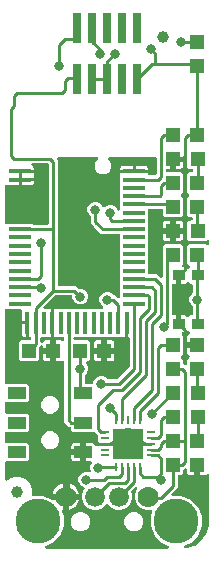
<source format=gbr>
G04 EAGLE Gerber RS-274X export*
G75*
%MOMM*%
%FSLAX34Y34*%
%LPD*%
%INTop Copper*%
%IPPOS*%
%AMOC8*
5,1,8,0,0,1.08239X$1,22.5*%
G01*
%ADD10R,1.850000X0.450000*%
%ADD11R,0.450000X1.850000*%
%ADD12R,1.200000X1.300000*%
%ADD13R,1.200000X1.200000*%
%ADD14C,3.810000*%
%ADD15C,1.778000*%
%ADD16C,1.676400*%
%ADD17R,0.760000X2.600000*%
%ADD18R,1.300000X1.200000*%
%ADD19C,1.000000*%
%ADD20R,1.500000X1.000000*%
%ADD21R,0.730000X0.280000*%
%ADD22R,0.280000X0.730000*%
%ADD23R,2.500000X2.500000*%
%ADD24R,1.000000X0.900000*%
%ADD25C,0.254000*%
%ADD26C,0.806400*%
%ADD27C,0.800100*%

G36*
X140339Y2549D02*
X140339Y2549D01*
X140409Y2548D01*
X140496Y2569D01*
X140585Y2581D01*
X140650Y2606D01*
X140718Y2623D01*
X140798Y2665D01*
X140881Y2698D01*
X140937Y2739D01*
X140999Y2771D01*
X141066Y2832D01*
X141138Y2884D01*
X141183Y2938D01*
X141235Y2985D01*
X141284Y3060D01*
X141341Y3129D01*
X141371Y3193D01*
X141409Y3251D01*
X141438Y3336D01*
X141477Y3417D01*
X141490Y3486D01*
X141512Y3552D01*
X141520Y3641D01*
X141536Y3729D01*
X141532Y3799D01*
X141538Y3869D01*
X141522Y3957D01*
X141517Y4047D01*
X141495Y4113D01*
X141483Y4182D01*
X141446Y4264D01*
X141419Y4349D01*
X141381Y4408D01*
X141353Y4472D01*
X141297Y4542D01*
X141249Y4618D01*
X141198Y4666D01*
X141154Y4720D01*
X141082Y4775D01*
X141017Y4836D01*
X140956Y4870D01*
X140900Y4912D01*
X140756Y4983D01*
X135170Y7296D01*
X129096Y13370D01*
X125809Y21305D01*
X125809Y29895D01*
X127184Y33214D01*
X127197Y33262D01*
X127219Y33307D01*
X127239Y33415D01*
X127268Y33521D01*
X127269Y33571D01*
X127278Y33620D01*
X127272Y33729D01*
X127273Y33839D01*
X127262Y33887D01*
X127259Y33937D01*
X127225Y34041D01*
X127199Y34148D01*
X127176Y34192D01*
X127161Y34239D01*
X127102Y34332D01*
X127050Y34429D01*
X127017Y34466D01*
X126990Y34508D01*
X126910Y34583D01*
X126837Y34665D01*
X126795Y34692D01*
X126759Y34726D01*
X126663Y34779D01*
X126571Y34839D01*
X126524Y34856D01*
X126480Y34880D01*
X126374Y34907D01*
X126270Y34943D01*
X126220Y34947D01*
X126172Y34959D01*
X126012Y34969D01*
X121626Y34969D01*
X117425Y36709D01*
X114209Y39925D01*
X112469Y44126D01*
X112469Y48674D01*
X114204Y52861D01*
X114214Y52899D01*
X114223Y52918D01*
X114227Y52941D01*
X114250Y52993D01*
X114264Y53082D01*
X114288Y53168D01*
X114289Y53238D01*
X114300Y53307D01*
X114291Y53396D01*
X114293Y53486D01*
X114277Y53554D01*
X114270Y53623D01*
X114240Y53708D01*
X114219Y53795D01*
X114186Y53857D01*
X114162Y53923D01*
X114112Y53997D01*
X114070Y54076D01*
X114023Y54128D01*
X113984Y54186D01*
X113916Y54245D01*
X113856Y54312D01*
X113798Y54350D01*
X113745Y54396D01*
X113665Y54437D01*
X113590Y54487D01*
X113524Y54509D01*
X113462Y54541D01*
X113375Y54561D01*
X113290Y54590D01*
X113220Y54595D01*
X113152Y54611D01*
X113062Y54608D01*
X112973Y54615D01*
X112904Y54603D01*
X112834Y54601D01*
X112748Y54576D01*
X112659Y54561D01*
X112596Y54532D01*
X112529Y54512D01*
X112451Y54467D01*
X112369Y54430D01*
X112315Y54386D01*
X112255Y54351D01*
X112134Y54245D01*
X109438Y51549D01*
X109420Y51525D01*
X109397Y51506D01*
X109323Y51400D01*
X109243Y51298D01*
X109231Y51270D01*
X109214Y51246D01*
X109168Y51125D01*
X109117Y51006D01*
X109112Y50977D01*
X109102Y50949D01*
X109087Y50820D01*
X109067Y50692D01*
X109070Y50662D01*
X109066Y50633D01*
X109085Y50504D01*
X109097Y50375D01*
X109107Y50347D01*
X109111Y50318D01*
X109163Y50166D01*
X109823Y48573D01*
X109823Y44227D01*
X108160Y40213D01*
X105087Y37140D01*
X101073Y35477D01*
X96727Y35477D01*
X92713Y37140D01*
X89798Y40055D01*
X89703Y40129D01*
X89614Y40207D01*
X89578Y40226D01*
X89546Y40250D01*
X89437Y40298D01*
X89331Y40352D01*
X89292Y40361D01*
X89254Y40377D01*
X89137Y40395D01*
X89021Y40421D01*
X88980Y40420D01*
X88940Y40427D01*
X88822Y40415D01*
X88703Y40412D01*
X88664Y40401D01*
X88624Y40397D01*
X88511Y40356D01*
X88397Y40323D01*
X88363Y40303D01*
X88324Y40289D01*
X88226Y40222D01*
X88123Y40162D01*
X88078Y40122D01*
X88061Y40111D01*
X88048Y40095D01*
X88003Y40055D01*
X85087Y37140D01*
X81073Y35477D01*
X76727Y35477D01*
X72713Y37140D01*
X69640Y40213D01*
X67977Y44227D01*
X67977Y48573D01*
X69645Y52599D01*
X69651Y52607D01*
X69688Y52640D01*
X69748Y52732D01*
X69815Y52819D01*
X69835Y52864D01*
X69862Y52906D01*
X69898Y53009D01*
X69942Y53110D01*
X69949Y53160D01*
X69966Y53207D01*
X69974Y53316D01*
X69991Y53424D01*
X69987Y53474D01*
X69991Y53524D01*
X69972Y53632D01*
X69962Y53741D01*
X69945Y53788D01*
X69936Y53837D01*
X69891Y53937D01*
X69854Y54040D01*
X69826Y54082D01*
X69806Y54127D01*
X69737Y54213D01*
X69676Y54304D01*
X69638Y54336D01*
X69607Y54375D01*
X69519Y54441D01*
X69437Y54514D01*
X69393Y54537D01*
X69353Y54567D01*
X69209Y54637D01*
X67397Y55388D01*
X65548Y57237D01*
X64547Y59653D01*
X64547Y62267D01*
X65548Y64683D01*
X67397Y66532D01*
X69813Y67533D01*
X72427Y67533D01*
X73488Y67093D01*
X73623Y67057D01*
X73755Y67016D01*
X73776Y67015D01*
X73795Y67009D01*
X73935Y67007D01*
X74073Y67000D01*
X74093Y67005D01*
X74113Y67004D01*
X74249Y67037D01*
X74385Y67065D01*
X74403Y67074D01*
X74422Y67078D01*
X74545Y67143D01*
X74670Y67205D01*
X74686Y67218D01*
X74704Y67227D01*
X74806Y67321D01*
X74912Y67411D01*
X74924Y67427D01*
X74939Y67441D01*
X75015Y67557D01*
X75095Y67671D01*
X75102Y67690D01*
X75114Y67707D01*
X75159Y67838D01*
X75208Y67968D01*
X75210Y67988D01*
X75217Y68008D01*
X75228Y68146D01*
X75243Y68284D01*
X75240Y68304D01*
X75242Y68325D01*
X75218Y68462D01*
X75199Y68599D01*
X75190Y68626D01*
X75188Y68638D01*
X75179Y68656D01*
X75147Y68752D01*
X74707Y69813D01*
X74707Y72427D01*
X75742Y74924D01*
X75755Y74972D01*
X75776Y75017D01*
X75796Y75125D01*
X75825Y75231D01*
X75826Y75281D01*
X75836Y75330D01*
X75829Y75439D01*
X75831Y75549D01*
X75819Y75597D01*
X75816Y75647D01*
X75782Y75751D01*
X75756Y75858D01*
X75733Y75902D01*
X75718Y75949D01*
X75659Y76042D01*
X75608Y76139D01*
X75574Y76176D01*
X75548Y76218D01*
X75468Y76293D01*
X75394Y76375D01*
X75352Y76402D01*
X75316Y76436D01*
X75220Y76489D01*
X75128Y76549D01*
X75081Y76566D01*
X75038Y76590D01*
X74931Y76617D01*
X74827Y76653D01*
X74778Y76657D01*
X74730Y76669D01*
X74569Y76679D01*
X71139Y76679D01*
X71139Y82990D01*
X71124Y83108D01*
X71117Y83227D01*
X71104Y83265D01*
X71099Y83305D01*
X71056Y83416D01*
X71019Y83529D01*
X70997Y83563D01*
X70982Y83601D01*
X70913Y83697D01*
X70849Y83798D01*
X70819Y83826D01*
X70796Y83858D01*
X70704Y83934D01*
X70617Y84016D01*
X70582Y84035D01*
X70551Y84061D01*
X70443Y84112D01*
X70339Y84169D01*
X70299Y84179D01*
X70263Y84197D01*
X70156Y84217D01*
X70186Y84221D01*
X70296Y84265D01*
X70409Y84301D01*
X70444Y84323D01*
X70481Y84338D01*
X70577Y84408D01*
X70678Y84471D01*
X70706Y84501D01*
X70739Y84525D01*
X70815Y84616D01*
X70896Y84703D01*
X70916Y84738D01*
X70941Y84770D01*
X70992Y84877D01*
X71050Y84982D01*
X71060Y85021D01*
X71077Y85057D01*
X71099Y85174D01*
X71129Y85290D01*
X71133Y85350D01*
X71137Y85370D01*
X71135Y85390D01*
X71139Y85450D01*
X71139Y91761D01*
X76474Y91761D01*
X77121Y91588D01*
X77700Y91253D01*
X78173Y90780D01*
X78471Y90264D01*
X78559Y90148D01*
X78644Y90030D01*
X78655Y90022D01*
X78663Y90011D01*
X78777Y89921D01*
X78889Y89828D01*
X78902Y89822D01*
X78912Y89813D01*
X79045Y89754D01*
X79177Y89692D01*
X79190Y89690D01*
X79203Y89684D01*
X79347Y89660D01*
X79490Y89632D01*
X79503Y89633D01*
X79516Y89631D01*
X79662Y89643D01*
X79807Y89652D01*
X79820Y89656D01*
X79833Y89657D01*
X79971Y89705D01*
X80109Y89750D01*
X80121Y89757D01*
X80134Y89762D01*
X80254Y89842D01*
X80378Y89920D01*
X80387Y89930D01*
X80399Y89938D01*
X80496Y90046D01*
X80596Y90152D01*
X80603Y90164D01*
X80609Y90171D01*
X81592Y90171D01*
X81643Y90177D01*
X81692Y90175D01*
X81739Y90184D01*
X81789Y90186D01*
X81847Y90203D01*
X81907Y90210D01*
X81955Y90229D01*
X82003Y90239D01*
X82047Y90261D01*
X82094Y90274D01*
X82147Y90305D01*
X82203Y90327D01*
X82244Y90357D01*
X82289Y90379D01*
X82326Y90411D01*
X82368Y90436D01*
X82444Y90502D01*
X82460Y90514D01*
X82468Y90524D01*
X82489Y90542D01*
X82489Y90543D01*
X82508Y90566D01*
X82531Y90586D01*
X82594Y90676D01*
X82663Y90759D01*
X82672Y90777D01*
X82684Y90794D01*
X82696Y90821D01*
X82714Y90846D01*
X82753Y90949D01*
X82799Y91047D01*
X82802Y91066D01*
X82811Y91086D01*
X82815Y91115D01*
X82826Y91144D01*
X82838Y91254D01*
X82858Y91359D01*
X82858Y91360D01*
X82857Y91379D01*
X82860Y91400D01*
X82858Y91430D01*
X82861Y91460D01*
X82845Y91570D01*
X82839Y91677D01*
X82833Y91696D01*
X82831Y91716D01*
X82820Y91745D01*
X82816Y91774D01*
X82774Y91877D01*
X82741Y91980D01*
X82730Y91996D01*
X82723Y92016D01*
X82706Y92041D01*
X82695Y92068D01*
X82629Y92156D01*
X82570Y92248D01*
X82556Y92262D01*
X82544Y92279D01*
X82522Y92299D01*
X82504Y92323D01*
X82385Y92431D01*
X82360Y92446D01*
X82339Y92466D01*
X82321Y92476D01*
X82306Y92489D01*
X82208Y92539D01*
X82113Y92597D01*
X82086Y92606D01*
X82060Y92620D01*
X82041Y92625D01*
X82023Y92634D01*
X81916Y92658D01*
X81809Y92691D01*
X81780Y92692D01*
X81752Y92699D01*
X81724Y92701D01*
X81713Y92704D01*
X81693Y92703D01*
X81592Y92709D01*
X80839Y92709D01*
X80839Y93228D01*
X80859Y93316D01*
X80857Y93370D01*
X80865Y93423D01*
X80852Y93528D01*
X80849Y93634D01*
X80839Y93668D01*
X80839Y98666D01*
X80827Y98764D01*
X80824Y98863D01*
X80807Y98921D01*
X80799Y98981D01*
X80763Y99073D01*
X80735Y99169D01*
X80705Y99221D01*
X80682Y99277D01*
X80624Y99357D01*
X80574Y99442D01*
X80508Y99518D01*
X80496Y99534D01*
X80486Y99542D01*
X80468Y99563D01*
X80073Y99958D01*
X78669Y101361D01*
X78575Y101434D01*
X78486Y101513D01*
X78450Y101532D01*
X78418Y101556D01*
X78309Y101604D01*
X78203Y101658D01*
X78163Y101667D01*
X78126Y101683D01*
X78008Y101701D01*
X77892Y101727D01*
X77852Y101726D01*
X77812Y101732D01*
X77693Y101721D01*
X77574Y101718D01*
X77536Y101706D01*
X77496Y101703D01*
X77431Y101679D01*
X60088Y101679D01*
X58599Y103168D01*
X58599Y104140D01*
X58584Y104258D01*
X58577Y104377D01*
X58564Y104415D01*
X58559Y104456D01*
X58516Y104566D01*
X58479Y104679D01*
X58457Y104714D01*
X58442Y104751D01*
X58373Y104847D01*
X58309Y104948D01*
X58279Y104976D01*
X58256Y105009D01*
X58164Y105085D01*
X58077Y105166D01*
X58042Y105186D01*
X58011Y105211D01*
X57903Y105262D01*
X57799Y105320D01*
X57759Y105330D01*
X57723Y105347D01*
X57606Y105369D01*
X57491Y105399D01*
X57431Y105403D01*
X57411Y105407D01*
X57390Y105405D01*
X57330Y105409D01*
X56842Y105409D01*
X52689Y109562D01*
X52689Y160574D01*
X52673Y160705D01*
X52662Y160837D01*
X52653Y160863D01*
X52649Y160889D01*
X52601Y161012D01*
X52557Y161138D01*
X52542Y161160D01*
X52532Y161185D01*
X52455Y161292D01*
X52381Y161403D01*
X52361Y161421D01*
X52346Y161442D01*
X52244Y161527D01*
X52145Y161616D01*
X52121Y161628D01*
X52101Y161645D01*
X51981Y161702D01*
X51864Y161763D01*
X51837Y161769D01*
X51813Y161781D01*
X51683Y161806D01*
X51554Y161836D01*
X51527Y161836D01*
X51501Y161841D01*
X51369Y161832D01*
X51236Y161830D01*
X51210Y161823D01*
X51183Y161821D01*
X51057Y161780D01*
X50930Y161745D01*
X50895Y161728D01*
X50881Y161723D01*
X50862Y161711D01*
X50785Y161673D01*
X50161Y161312D01*
X49514Y161139D01*
X45719Y161139D01*
X45719Y168910D01*
X45704Y169028D01*
X45697Y169147D01*
X45684Y169185D01*
X45679Y169225D01*
X45635Y169336D01*
X45599Y169449D01*
X45577Y169484D01*
X45562Y169521D01*
X45492Y169617D01*
X45429Y169718D01*
X45399Y169746D01*
X45375Y169778D01*
X45284Y169854D01*
X45197Y169936D01*
X45162Y169955D01*
X45130Y169981D01*
X45023Y170032D01*
X44919Y170089D01*
X44879Y170100D01*
X44843Y170117D01*
X44726Y170139D01*
X44611Y170169D01*
X44550Y170173D01*
X44530Y170177D01*
X44510Y170175D01*
X44450Y170179D01*
X43179Y170179D01*
X43179Y170181D01*
X44450Y170181D01*
X44568Y170196D01*
X44687Y170203D01*
X44725Y170216D01*
X44765Y170221D01*
X44876Y170265D01*
X44989Y170301D01*
X45024Y170323D01*
X45061Y170338D01*
X45157Y170408D01*
X45258Y170471D01*
X45286Y170501D01*
X45318Y170525D01*
X45394Y170616D01*
X45476Y170703D01*
X45495Y170738D01*
X45521Y170770D01*
X45572Y170877D01*
X45629Y170981D01*
X45640Y171021D01*
X45657Y171057D01*
X45679Y171174D01*
X45709Y171289D01*
X45713Y171350D01*
X45717Y171370D01*
X45715Y171390D01*
X45719Y171450D01*
X45719Y179221D01*
X49514Y179221D01*
X50161Y179048D01*
X50785Y178687D01*
X50908Y178636D01*
X51027Y178579D01*
X51054Y178574D01*
X51079Y178564D01*
X51210Y178544D01*
X51340Y178519D01*
X51366Y178521D01*
X51393Y178517D01*
X51525Y178531D01*
X51657Y178539D01*
X51683Y178547D01*
X51709Y178550D01*
X51834Y178596D01*
X51959Y178637D01*
X51982Y178652D01*
X52008Y178661D01*
X52116Y178737D01*
X52228Y178807D01*
X52247Y178827D01*
X52269Y178842D01*
X52355Y178942D01*
X52446Y179039D01*
X52459Y179063D01*
X52477Y179083D01*
X52536Y179201D01*
X52600Y179317D01*
X52606Y179344D01*
X52618Y179368D01*
X52646Y179497D01*
X52679Y179625D01*
X52681Y179663D01*
X52685Y179679D01*
X52684Y179701D01*
X52689Y179786D01*
X52689Y180630D01*
X52674Y180748D01*
X52667Y180867D01*
X52654Y180905D01*
X52649Y180946D01*
X52606Y181056D01*
X52569Y181169D01*
X52547Y181204D01*
X52532Y181241D01*
X52463Y181337D01*
X52399Y181438D01*
X52369Y181466D01*
X52346Y181499D01*
X52254Y181575D01*
X52167Y181656D01*
X52132Y181676D01*
X52101Y181701D01*
X51993Y181752D01*
X51889Y181810D01*
X51849Y181820D01*
X51813Y181837D01*
X51696Y181859D01*
X51581Y181889D01*
X51521Y181893D01*
X51501Y181897D01*
X51480Y181895D01*
X51420Y181899D01*
X46047Y181899D01*
X46039Y181903D01*
X45987Y181916D01*
X45937Y181938D01*
X45833Y181954D01*
X45730Y181980D01*
X45676Y181979D01*
X45623Y181987D01*
X45518Y181978D01*
X45412Y181977D01*
X45328Y181960D01*
X45307Y181958D01*
X45292Y181952D01*
X45254Y181945D01*
X45084Y181899D01*
X43769Y181899D01*
X43769Y193690D01*
X43769Y205481D01*
X45084Y205481D01*
X45254Y205435D01*
X45359Y205421D01*
X45462Y205398D01*
X45516Y205399D01*
X45570Y205392D01*
X45675Y205404D01*
X45780Y205407D01*
X45832Y205422D01*
X45885Y205428D01*
X45984Y205466D01*
X46034Y205481D01*
X84420Y205481D01*
X84557Y205498D01*
X84696Y205511D01*
X84715Y205518D01*
X84735Y205521D01*
X84864Y205572D01*
X84995Y205619D01*
X85012Y205630D01*
X85031Y205638D01*
X85143Y205719D01*
X85259Y205797D01*
X85272Y205813D01*
X85288Y205824D01*
X85377Y205932D01*
X85469Y206036D01*
X85478Y206054D01*
X85491Y206069D01*
X85550Y206195D01*
X85614Y206319D01*
X85618Y206339D01*
X85627Y206357D01*
X85653Y206493D01*
X85683Y206629D01*
X85683Y206650D01*
X85686Y206669D01*
X85678Y206808D01*
X85674Y206947D01*
X85668Y206967D01*
X85667Y206987D01*
X85624Y207119D01*
X85585Y207253D01*
X85575Y207270D01*
X85569Y207289D01*
X85494Y207407D01*
X85424Y207527D01*
X85405Y207548D01*
X85399Y207558D01*
X85384Y207572D01*
X85317Y207647D01*
X83328Y209637D01*
X82327Y212053D01*
X82327Y214667D01*
X83328Y217083D01*
X85177Y218932D01*
X87593Y219933D01*
X90207Y219933D01*
X92623Y218932D01*
X94013Y217542D01*
X94091Y217482D01*
X94163Y217414D01*
X94216Y217385D01*
X94264Y217348D01*
X94355Y217308D01*
X94442Y217260D01*
X94500Y217245D01*
X94556Y217221D01*
X94654Y217206D01*
X94750Y217181D01*
X94850Y217175D01*
X94870Y217171D01*
X94882Y217173D01*
X94910Y217171D01*
X95558Y217171D01*
X97793Y214937D01*
X97902Y214851D01*
X98009Y214763D01*
X98028Y214754D01*
X98044Y214742D01*
X98172Y214686D01*
X98297Y214627D01*
X98317Y214623D01*
X98336Y214615D01*
X98474Y214593D01*
X98610Y214567D01*
X98630Y214569D01*
X98650Y214566D01*
X98789Y214579D01*
X98927Y214587D01*
X98946Y214593D01*
X98966Y214595D01*
X99098Y214643D01*
X99229Y214685D01*
X99247Y214696D01*
X99266Y214703D01*
X99381Y214781D01*
X99498Y214855D01*
X99512Y214870D01*
X99529Y214882D01*
X99621Y214986D01*
X99716Y215087D01*
X99726Y215105D01*
X99739Y215120D01*
X99803Y215244D01*
X99870Y215366D01*
X99875Y215385D01*
X99884Y215403D01*
X99914Y215539D01*
X99949Y215673D01*
X99951Y215702D01*
X99954Y215713D01*
X99953Y215734D01*
X99959Y215834D01*
X99959Y267860D01*
X99944Y267978D01*
X99937Y268097D01*
X99924Y268135D01*
X99919Y268176D01*
X99876Y268286D01*
X99839Y268399D01*
X99817Y268434D01*
X99802Y268471D01*
X99733Y268567D01*
X99669Y268668D01*
X99639Y268696D01*
X99616Y268729D01*
X99524Y268805D01*
X99437Y268886D01*
X99402Y268906D01*
X99371Y268931D01*
X99263Y268982D01*
X99159Y269040D01*
X99119Y269050D01*
X99083Y269067D01*
X98966Y269089D01*
X98851Y269119D01*
X98791Y269123D01*
X98771Y269127D01*
X98750Y269125D01*
X98690Y269129D01*
X83622Y269129D01*
X77533Y275218D01*
X74929Y277822D01*
X74929Y283550D01*
X74917Y283648D01*
X74914Y283747D01*
X74897Y283805D01*
X74889Y283865D01*
X74853Y283957D01*
X74825Y284052D01*
X74795Y284105D01*
X74772Y284161D01*
X74714Y284241D01*
X74664Y284326D01*
X74598Y284402D01*
X74586Y284418D01*
X74576Y284426D01*
X74558Y284447D01*
X73168Y285837D01*
X72167Y288253D01*
X72167Y290867D01*
X73168Y293283D01*
X75017Y295132D01*
X77433Y296133D01*
X80047Y296133D01*
X82463Y295132D01*
X84312Y293283D01*
X84785Y292142D01*
X84809Y292099D01*
X84826Y292052D01*
X84888Y291961D01*
X84942Y291866D01*
X84977Y291830D01*
X85005Y291789D01*
X85087Y291716D01*
X85164Y291637D01*
X85206Y291611D01*
X85243Y291578D01*
X85341Y291528D01*
X85435Y291471D01*
X85482Y291456D01*
X85526Y291434D01*
X85634Y291410D01*
X85739Y291377D01*
X85788Y291375D01*
X85837Y291364D01*
X85947Y291367D01*
X86056Y291362D01*
X86105Y291372D01*
X86155Y291374D01*
X86260Y291404D01*
X86368Y291427D01*
X86412Y291448D01*
X86460Y291462D01*
X86555Y291518D01*
X86653Y291566D01*
X86691Y291598D01*
X86734Y291624D01*
X86855Y291730D01*
X87717Y292592D01*
X90133Y293593D01*
X92747Y293593D01*
X95163Y292592D01*
X97012Y290743D01*
X97517Y289523D01*
X97552Y289462D01*
X97578Y289398D01*
X97630Y289325D01*
X97675Y289247D01*
X97723Y289197D01*
X97764Y289140D01*
X97834Y289083D01*
X97896Y289019D01*
X97956Y288982D01*
X98009Y288938D01*
X98091Y288899D01*
X98167Y288852D01*
X98234Y288832D01*
X98297Y288802D01*
X98385Y288785D01*
X98471Y288759D01*
X98541Y288755D01*
X98610Y288742D01*
X98699Y288748D01*
X98789Y288744D01*
X98857Y288758D01*
X98927Y288762D01*
X99012Y288790D01*
X99100Y288808D01*
X99163Y288839D01*
X99229Y288860D01*
X99305Y288908D01*
X99386Y288948D01*
X99439Y288993D01*
X99498Y289030D01*
X99560Y289096D01*
X99628Y289154D01*
X99668Y289211D01*
X99716Y289262D01*
X99759Y289340D01*
X99811Y289414D01*
X99836Y289479D01*
X99870Y289540D01*
X99892Y289627D01*
X99924Y289711D01*
X99932Y289781D01*
X99949Y289848D01*
X99959Y290009D01*
X99959Y318393D01*
X99963Y318401D01*
X99976Y318453D01*
X99998Y318503D01*
X100014Y318607D01*
X100040Y318710D01*
X100039Y318764D01*
X100047Y318817D01*
X100038Y318922D01*
X100037Y319028D01*
X100020Y319112D01*
X100018Y319133D01*
X100012Y319148D01*
X100005Y319186D01*
X99959Y319356D01*
X99959Y320671D01*
X111750Y320671D01*
X123541Y320671D01*
X123541Y320020D01*
X123556Y319902D01*
X123563Y319783D01*
X123575Y319745D01*
X123581Y319704D01*
X123624Y319594D01*
X123661Y319481D01*
X123683Y319446D01*
X123698Y319409D01*
X123767Y319313D01*
X123831Y319212D01*
X123861Y319184D01*
X123884Y319151D01*
X123976Y319075D01*
X124063Y318994D01*
X124098Y318974D01*
X124129Y318949D01*
X124237Y318898D01*
X124341Y318840D01*
X124381Y318830D01*
X124417Y318813D01*
X124534Y318791D01*
X124649Y318761D01*
X124709Y318757D01*
X124729Y318753D01*
X124750Y318755D01*
X124810Y318751D01*
X129540Y318751D01*
X129658Y318766D01*
X129777Y318773D01*
X129815Y318786D01*
X129856Y318791D01*
X129966Y318834D01*
X130079Y318871D01*
X130114Y318893D01*
X130151Y318908D01*
X130247Y318977D01*
X130348Y319041D01*
X130376Y319071D01*
X130409Y319094D01*
X130485Y319186D01*
X130566Y319273D01*
X130586Y319308D01*
X130611Y319339D01*
X130662Y319447D01*
X130720Y319551D01*
X130730Y319591D01*
X130747Y319627D01*
X130769Y319744D01*
X130799Y319859D01*
X130803Y319919D01*
X130807Y319939D01*
X130805Y319960D01*
X130809Y320020D01*
X130809Y332740D01*
X130794Y332858D01*
X130787Y332977D01*
X130774Y333015D01*
X130769Y333056D01*
X130726Y333166D01*
X130689Y333279D01*
X130667Y333314D01*
X130652Y333351D01*
X130583Y333447D01*
X130519Y333548D01*
X130489Y333576D01*
X130466Y333609D01*
X130374Y333685D01*
X130287Y333766D01*
X130252Y333786D01*
X130221Y333811D01*
X130113Y333862D01*
X130009Y333920D01*
X129969Y333930D01*
X129933Y333947D01*
X129816Y333969D01*
X129701Y333999D01*
X129641Y334003D01*
X129621Y334007D01*
X129600Y334005D01*
X129540Y334009D01*
X90952Y334009D01*
X90814Y333992D01*
X90676Y333979D01*
X90657Y333972D01*
X90637Y333969D01*
X90507Y333918D01*
X90376Y333871D01*
X90360Y333860D01*
X90341Y333852D01*
X90228Y333771D01*
X90113Y333693D01*
X90100Y333677D01*
X90084Y333666D01*
X89995Y333558D01*
X89903Y333454D01*
X89894Y333436D01*
X89881Y333421D01*
X89821Y333295D01*
X89758Y333171D01*
X89754Y333151D01*
X89745Y333133D01*
X89719Y332996D01*
X89689Y332861D01*
X89689Y332840D01*
X89685Y332820D01*
X89694Y332682D01*
X89698Y332543D01*
X89704Y332523D01*
X89705Y332503D01*
X89748Y332371D01*
X89787Y332237D01*
X89797Y332220D01*
X89803Y332201D01*
X89878Y332083D01*
X89948Y331963D01*
X89967Y331942D01*
X89973Y331932D01*
X89988Y331918D01*
X90055Y331842D01*
X91469Y330428D01*
X92541Y327841D01*
X92541Y325039D01*
X91469Y322452D01*
X89488Y320471D01*
X86901Y319399D01*
X84099Y319399D01*
X81512Y320471D01*
X79531Y322452D01*
X78459Y325039D01*
X78459Y327841D01*
X79531Y330428D01*
X80945Y331842D01*
X81031Y331952D01*
X81119Y332059D01*
X81128Y332078D01*
X81140Y332094D01*
X81196Y332222D01*
X81255Y332347D01*
X81259Y332367D01*
X81267Y332386D01*
X81289Y332524D01*
X81315Y332659D01*
X81313Y332680D01*
X81317Y332700D01*
X81303Y332839D01*
X81295Y332977D01*
X81289Y332996D01*
X81287Y333016D01*
X81240Y333148D01*
X81197Y333279D01*
X81186Y333297D01*
X81179Y333316D01*
X81101Y333431D01*
X81027Y333548D01*
X81012Y333562D01*
X81001Y333579D01*
X80896Y333671D01*
X80795Y333766D01*
X80777Y333776D01*
X80762Y333789D01*
X80638Y333853D01*
X80517Y333920D01*
X80497Y333925D01*
X80479Y333934D01*
X80343Y333964D01*
X80209Y333999D01*
X80181Y334001D01*
X80169Y334003D01*
X80148Y334003D01*
X80048Y334009D01*
X47824Y334009D01*
X47686Y333992D01*
X47548Y333979D01*
X47529Y333972D01*
X47509Y333969D01*
X47379Y333918D01*
X47249Y333871D01*
X47232Y333860D01*
X47213Y333852D01*
X47101Y333771D01*
X46985Y333693D01*
X46972Y333677D01*
X46956Y333666D01*
X46867Y333559D01*
X46775Y333454D01*
X46766Y333436D01*
X46753Y333421D01*
X46694Y333295D01*
X46630Y333171D01*
X46626Y333151D01*
X46617Y333133D01*
X46591Y332997D01*
X46561Y332861D01*
X46561Y332840D01*
X46557Y332820D01*
X46566Y332682D01*
X46570Y332543D01*
X46576Y332523D01*
X46577Y332503D01*
X46620Y332371D01*
X46659Y332237D01*
X46669Y332220D01*
X46675Y332201D01*
X46750Y332083D01*
X46820Y331963D01*
X46839Y331942D01*
X46845Y331932D01*
X46860Y331918D01*
X46927Y331842D01*
X46991Y331778D01*
X46991Y226060D01*
X47006Y225942D01*
X47013Y225823D01*
X47026Y225785D01*
X47031Y225744D01*
X47074Y225634D01*
X47111Y225521D01*
X47133Y225486D01*
X47148Y225449D01*
X47217Y225353D01*
X47281Y225252D01*
X47311Y225224D01*
X47334Y225191D01*
X47426Y225115D01*
X47513Y225034D01*
X47548Y225014D01*
X47579Y224989D01*
X47687Y224938D01*
X47791Y224880D01*
X47831Y224870D01*
X47867Y224853D01*
X47984Y224831D01*
X48099Y224801D01*
X48159Y224797D01*
X48179Y224793D01*
X48200Y224795D01*
X48260Y224791D01*
X62538Y224791D01*
X64485Y222844D01*
X64563Y222784D01*
X64635Y222716D01*
X64688Y222687D01*
X64736Y222650D01*
X64827Y222610D01*
X64914Y222562D01*
X64972Y222547D01*
X65028Y222523D01*
X65126Y222508D01*
X65222Y222483D01*
X65322Y222477D01*
X65342Y222473D01*
X65354Y222475D01*
X65382Y222473D01*
X67347Y222473D01*
X69763Y221472D01*
X71612Y219623D01*
X72613Y217207D01*
X72613Y214593D01*
X71612Y212177D01*
X69763Y210328D01*
X67347Y209327D01*
X64733Y209327D01*
X62317Y210328D01*
X60468Y212177D01*
X59467Y214593D01*
X59467Y215900D01*
X59452Y216018D01*
X59445Y216137D01*
X59432Y216175D01*
X59427Y216216D01*
X59384Y216326D01*
X59347Y216439D01*
X59325Y216474D01*
X59310Y216511D01*
X59241Y216607D01*
X59177Y216708D01*
X59147Y216736D01*
X59124Y216769D01*
X59032Y216845D01*
X58945Y216926D01*
X58910Y216946D01*
X58879Y216971D01*
X58771Y217022D01*
X58667Y217080D01*
X58627Y217090D01*
X58591Y217107D01*
X58474Y217129D01*
X58359Y217159D01*
X58299Y217163D01*
X58279Y217167D01*
X58258Y217165D01*
X58198Y217169D01*
X45284Y217169D01*
X45186Y217157D01*
X45087Y217154D01*
X45029Y217137D01*
X44969Y217129D01*
X44877Y217093D01*
X44781Y217065D01*
X44729Y217035D01*
X44673Y217012D01*
X44593Y216954D01*
X44508Y216904D01*
X44432Y216838D01*
X44416Y216826D01*
X44408Y216816D01*
X44387Y216798D01*
X35237Y207647D01*
X35151Y207538D01*
X35063Y207431D01*
X35054Y207412D01*
X35042Y207396D01*
X34986Y207268D01*
X34927Y207143D01*
X34923Y207123D01*
X34915Y207104D01*
X34893Y206966D01*
X34867Y206830D01*
X34869Y206810D01*
X34866Y206790D01*
X34879Y206651D01*
X34887Y206513D01*
X34893Y206494D01*
X34895Y206474D01*
X34943Y206342D01*
X34985Y206211D01*
X34996Y206193D01*
X35003Y206174D01*
X35081Y206059D01*
X35155Y205942D01*
X35170Y205928D01*
X35182Y205911D01*
X35286Y205819D01*
X35387Y205724D01*
X35405Y205714D01*
X35420Y205701D01*
X35544Y205637D01*
X35666Y205570D01*
X35685Y205565D01*
X35703Y205556D01*
X35839Y205526D01*
X35973Y205491D01*
X36002Y205489D01*
X36013Y205486D01*
X36034Y205487D01*
X36134Y205481D01*
X38953Y205481D01*
X38961Y205477D01*
X39013Y205464D01*
X39062Y205442D01*
X39167Y205426D01*
X39270Y205401D01*
X39323Y205401D01*
X39376Y205393D01*
X39482Y205402D01*
X39588Y205403D01*
X39671Y205420D01*
X39693Y205422D01*
X39708Y205428D01*
X39745Y205435D01*
X39916Y205481D01*
X41231Y205481D01*
X41231Y193690D01*
X41231Y181899D01*
X39916Y181899D01*
X39746Y181945D01*
X39641Y181959D01*
X39538Y181982D01*
X39484Y181981D01*
X39430Y181988D01*
X39325Y181976D01*
X39220Y181973D01*
X39168Y181958D01*
X39115Y181952D01*
X39016Y181914D01*
X38966Y181899D01*
X33580Y181899D01*
X33462Y181884D01*
X33343Y181877D01*
X33305Y181864D01*
X33264Y181859D01*
X33154Y181816D01*
X33041Y181779D01*
X33006Y181757D01*
X32969Y181742D01*
X32873Y181673D01*
X32772Y181609D01*
X32744Y181579D01*
X32711Y181556D01*
X32635Y181464D01*
X32554Y181377D01*
X32534Y181342D01*
X32509Y181311D01*
X32458Y181203D01*
X32400Y181099D01*
X32390Y181059D01*
X32373Y181023D01*
X32351Y180906D01*
X32321Y180791D01*
X32317Y180731D01*
X32313Y180711D01*
X32315Y180690D01*
X32311Y180630D01*
X32311Y177965D01*
X32330Y177814D01*
X32347Y177662D01*
X32350Y177656D01*
X32351Y177650D01*
X32407Y177508D01*
X32461Y177366D01*
X32465Y177360D01*
X32468Y177354D01*
X32557Y177230D01*
X32645Y177106D01*
X32650Y177102D01*
X32654Y177097D01*
X32772Y176999D01*
X32888Y176901D01*
X32894Y176898D01*
X32899Y176894D01*
X33036Y176829D01*
X33175Y176762D01*
X33181Y176761D01*
X33187Y176758D01*
X33336Y176730D01*
X33486Y176699D01*
X33493Y176700D01*
X33499Y176698D01*
X33651Y176708D01*
X33804Y176716D01*
X33810Y176718D01*
X33817Y176718D01*
X33962Y176765D01*
X34107Y176811D01*
X34113Y176814D01*
X34119Y176816D01*
X34249Y176898D01*
X34378Y176978D01*
X34382Y176983D01*
X34388Y176986D01*
X34493Y177098D01*
X34598Y177207D01*
X34601Y177213D01*
X34606Y177218D01*
X34680Y177351D01*
X34755Y177484D01*
X34757Y177493D01*
X34760Y177496D01*
X34762Y177507D01*
X34806Y177637D01*
X34812Y177661D01*
X35147Y178240D01*
X35620Y178713D01*
X36199Y179048D01*
X36846Y179221D01*
X40641Y179221D01*
X40641Y172719D01*
X34639Y172719D01*
X34639Y173506D01*
X34622Y173644D01*
X34609Y173782D01*
X34602Y173801D01*
X34599Y173821D01*
X34548Y173951D01*
X34501Y174082D01*
X34490Y174098D01*
X34482Y174117D01*
X34401Y174230D01*
X34323Y174345D01*
X34307Y174358D01*
X34296Y174374D01*
X34188Y174463D01*
X34084Y174555D01*
X34066Y174564D01*
X34051Y174577D01*
X33925Y174636D01*
X33801Y174700D01*
X33781Y174704D01*
X33763Y174713D01*
X33626Y174739D01*
X33491Y174769D01*
X33470Y174769D01*
X33451Y174773D01*
X33312Y174764D01*
X33173Y174760D01*
X33153Y174754D01*
X33133Y174753D01*
X33001Y174710D01*
X32867Y174671D01*
X32850Y174661D01*
X32831Y174655D01*
X32713Y174580D01*
X32593Y174510D01*
X32572Y174491D01*
X32562Y174485D01*
X32548Y174470D01*
X32473Y174403D01*
X31772Y173703D01*
X31712Y173625D01*
X31644Y173553D01*
X31615Y173500D01*
X31578Y173452D01*
X31538Y173361D01*
X31490Y173274D01*
X31475Y173216D01*
X31451Y173160D01*
X31436Y173062D01*
X31411Y172966D01*
X31405Y172866D01*
X31401Y172846D01*
X31403Y172834D01*
X31401Y172806D01*
X31401Y162628D01*
X29912Y161139D01*
X15808Y161139D01*
X14319Y162628D01*
X14319Y177732D01*
X15808Y179221D01*
X23420Y179221D01*
X23538Y179236D01*
X23657Y179243D01*
X23695Y179256D01*
X23736Y179261D01*
X23846Y179304D01*
X23959Y179341D01*
X23994Y179363D01*
X24031Y179378D01*
X24127Y179447D01*
X24228Y179511D01*
X24256Y179541D01*
X24289Y179564D01*
X24365Y179656D01*
X24446Y179743D01*
X24466Y179778D01*
X24491Y179809D01*
X24542Y179917D01*
X24600Y180021D01*
X24610Y180061D01*
X24627Y180097D01*
X24649Y180214D01*
X24679Y180329D01*
X24683Y180389D01*
X24687Y180409D01*
X24685Y180430D01*
X24689Y180490D01*
X24689Y180630D01*
X24674Y180748D01*
X24667Y180867D01*
X24654Y180905D01*
X24649Y180946D01*
X24606Y181056D01*
X24569Y181169D01*
X24547Y181204D01*
X24532Y181241D01*
X24463Y181337D01*
X24399Y181438D01*
X24369Y181466D01*
X24346Y181499D01*
X24254Y181575D01*
X24167Y181656D01*
X24132Y181676D01*
X24101Y181701D01*
X23993Y181752D01*
X23889Y181810D01*
X23849Y181820D01*
X23813Y181837D01*
X23696Y181859D01*
X23581Y181889D01*
X23521Y181893D01*
X23501Y181897D01*
X23480Y181895D01*
X23420Y181899D01*
X22769Y181899D01*
X22769Y193690D01*
X22754Y193808D01*
X22747Y193927D01*
X22735Y193965D01*
X22730Y194005D01*
X22686Y194116D01*
X22649Y194229D01*
X22627Y194263D01*
X22613Y194301D01*
X22543Y194397D01*
X22479Y194498D01*
X22478Y194498D01*
X22449Y194526D01*
X22426Y194558D01*
X22425Y194559D01*
X22333Y194635D01*
X22247Y194716D01*
X22211Y194736D01*
X22180Y194762D01*
X22073Y194812D01*
X21968Y194870D01*
X21929Y194880D01*
X21893Y194897D01*
X21776Y194919D01*
X21660Y194949D01*
X21600Y194953D01*
X21580Y194957D01*
X21560Y194956D01*
X21500Y194959D01*
X16709Y194959D01*
X16709Y203275D01*
X16783Y203551D01*
X16801Y203676D01*
X16824Y203800D01*
X16822Y203833D01*
X16827Y203867D01*
X16812Y203992D01*
X16804Y204117D01*
X16794Y204149D01*
X16790Y204182D01*
X16745Y204300D01*
X16706Y204419D01*
X16688Y204448D01*
X16676Y204479D01*
X16604Y204582D01*
X16536Y204688D01*
X16512Y204711D01*
X16492Y204739D01*
X16396Y204820D01*
X16305Y204906D01*
X16275Y204922D01*
X16249Y204944D01*
X16136Y204999D01*
X16026Y205060D01*
X15994Y205068D01*
X15963Y205083D01*
X15840Y205108D01*
X15718Y205139D01*
X15670Y205142D01*
X15651Y205146D01*
X15630Y205145D01*
X15558Y205149D01*
X4948Y205149D01*
X4708Y205389D01*
X4598Y205475D01*
X4491Y205563D01*
X4472Y205572D01*
X4456Y205584D01*
X4328Y205640D01*
X4203Y205699D01*
X4183Y205703D01*
X4164Y205711D01*
X4026Y205733D01*
X3890Y205759D01*
X3870Y205757D01*
X3850Y205761D01*
X3711Y205747D01*
X3573Y205739D01*
X3554Y205733D01*
X3534Y205731D01*
X3403Y205684D01*
X3271Y205641D01*
X3253Y205630D01*
X3234Y205623D01*
X3120Y205545D01*
X3002Y205471D01*
X2988Y205456D01*
X2971Y205445D01*
X2879Y205340D01*
X2784Y205239D01*
X2774Y205221D01*
X2761Y205206D01*
X2698Y205082D01*
X2630Y204961D01*
X2625Y204941D01*
X2616Y204923D01*
X2586Y204787D01*
X2551Y204653D01*
X2549Y204625D01*
X2546Y204613D01*
X2547Y204592D01*
X2541Y204492D01*
X2541Y143030D01*
X2556Y142912D01*
X2563Y142793D01*
X2576Y142755D01*
X2581Y142714D01*
X2624Y142604D01*
X2661Y142491D01*
X2683Y142456D01*
X2698Y142419D01*
X2767Y142323D01*
X2831Y142222D01*
X2861Y142194D01*
X2884Y142161D01*
X2976Y142085D01*
X3063Y142004D01*
X3098Y141984D01*
X3129Y141959D01*
X3237Y141908D01*
X3341Y141850D01*
X3381Y141840D01*
X3417Y141823D01*
X3534Y141801D01*
X3649Y141771D01*
X3709Y141767D01*
X3729Y141763D01*
X3750Y141765D01*
X3810Y141761D01*
X21192Y141761D01*
X22681Y140272D01*
X22681Y128168D01*
X21192Y126679D01*
X3810Y126679D01*
X3692Y126664D01*
X3573Y126657D01*
X3535Y126644D01*
X3494Y126639D01*
X3384Y126596D01*
X3271Y126559D01*
X3236Y126537D01*
X3199Y126522D01*
X3103Y126453D01*
X3002Y126389D01*
X2974Y126359D01*
X2941Y126336D01*
X2865Y126244D01*
X2784Y126157D01*
X2764Y126122D01*
X2739Y126091D01*
X2688Y125983D01*
X2630Y125879D01*
X2620Y125839D01*
X2603Y125803D01*
X2581Y125686D01*
X2551Y125571D01*
X2547Y125511D01*
X2543Y125491D01*
X2545Y125470D01*
X2541Y125410D01*
X2541Y118030D01*
X2556Y117912D01*
X2563Y117793D01*
X2576Y117755D01*
X2581Y117714D01*
X2624Y117604D01*
X2661Y117491D01*
X2683Y117456D01*
X2698Y117419D01*
X2767Y117323D01*
X2831Y117222D01*
X2861Y117194D01*
X2884Y117161D01*
X2976Y117085D01*
X3063Y117004D01*
X3098Y116984D01*
X3129Y116959D01*
X3237Y116908D01*
X3341Y116850D01*
X3381Y116840D01*
X3417Y116823D01*
X3534Y116801D01*
X3649Y116771D01*
X3709Y116767D01*
X3729Y116763D01*
X3750Y116765D01*
X3810Y116761D01*
X21192Y116761D01*
X22681Y115272D01*
X22681Y103168D01*
X21192Y101679D01*
X3810Y101679D01*
X3692Y101664D01*
X3573Y101657D01*
X3535Y101644D01*
X3494Y101639D01*
X3384Y101596D01*
X3271Y101559D01*
X3236Y101537D01*
X3199Y101522D01*
X3103Y101453D01*
X3002Y101389D01*
X2974Y101359D01*
X2941Y101336D01*
X2865Y101244D01*
X2784Y101157D01*
X2764Y101122D01*
X2739Y101091D01*
X2688Y100983D01*
X2630Y100879D01*
X2620Y100839D01*
X2603Y100803D01*
X2581Y100686D01*
X2551Y100571D01*
X2547Y100511D01*
X2543Y100491D01*
X2545Y100470D01*
X2541Y100410D01*
X2541Y93030D01*
X2556Y92912D01*
X2563Y92793D01*
X2576Y92755D01*
X2581Y92714D01*
X2624Y92604D01*
X2661Y92491D01*
X2683Y92456D01*
X2698Y92419D01*
X2768Y92322D01*
X2831Y92222D01*
X2861Y92194D01*
X2884Y92161D01*
X2976Y92085D01*
X3063Y92004D01*
X3098Y91984D01*
X3129Y91959D01*
X3237Y91908D01*
X3341Y91850D01*
X3381Y91840D01*
X3417Y91823D01*
X3534Y91801D01*
X3649Y91771D01*
X3709Y91767D01*
X3729Y91763D01*
X3750Y91765D01*
X3810Y91761D01*
X21192Y91761D01*
X22681Y90272D01*
X22681Y78168D01*
X21192Y76679D01*
X3810Y76679D01*
X3692Y76664D01*
X3573Y76657D01*
X3535Y76644D01*
X3494Y76639D01*
X3384Y76596D01*
X3271Y76559D01*
X3236Y76537D01*
X3199Y76522D01*
X3103Y76453D01*
X3002Y76389D01*
X2974Y76359D01*
X2941Y76336D01*
X2865Y76244D01*
X2784Y76157D01*
X2764Y76122D01*
X2739Y76091D01*
X2688Y75983D01*
X2630Y75879D01*
X2620Y75839D01*
X2603Y75803D01*
X2581Y75686D01*
X2551Y75571D01*
X2547Y75511D01*
X2543Y75491D01*
X2545Y75470D01*
X2541Y75410D01*
X2541Y61440D01*
X2558Y61302D01*
X2571Y61164D01*
X2578Y61145D01*
X2581Y61125D01*
X2632Y60996D01*
X2679Y60865D01*
X2690Y60848D01*
X2698Y60829D01*
X2779Y60717D01*
X2857Y60601D01*
X2873Y60588D01*
X2884Y60572D01*
X2992Y60483D01*
X3096Y60391D01*
X3114Y60382D01*
X3129Y60369D01*
X3255Y60310D01*
X3379Y60246D01*
X3399Y60242D01*
X3417Y60233D01*
X3554Y60207D01*
X3689Y60177D01*
X3710Y60177D01*
X3729Y60174D01*
X3868Y60182D01*
X4007Y60186D01*
X4027Y60192D01*
X4047Y60193D01*
X4179Y60236D01*
X4313Y60275D01*
X4330Y60285D01*
X4349Y60291D01*
X4467Y60366D01*
X4587Y60436D01*
X4608Y60455D01*
X4618Y60461D01*
X4632Y60476D01*
X4707Y60543D01*
X5596Y61432D01*
X10205Y63341D01*
X15195Y63341D01*
X19804Y61432D01*
X23332Y57904D01*
X25241Y53295D01*
X25241Y48460D01*
X25256Y48342D01*
X25263Y48223D01*
X25276Y48185D01*
X25281Y48144D01*
X25324Y48034D01*
X25361Y47921D01*
X25383Y47886D01*
X25398Y47849D01*
X25467Y47753D01*
X25531Y47652D01*
X25561Y47624D01*
X25584Y47591D01*
X25676Y47515D01*
X25763Y47434D01*
X25798Y47414D01*
X25829Y47389D01*
X25937Y47338D01*
X26041Y47280D01*
X26081Y47270D01*
X26117Y47253D01*
X26234Y47231D01*
X26349Y47201D01*
X26409Y47197D01*
X26429Y47193D01*
X26450Y47195D01*
X26510Y47191D01*
X34695Y47191D01*
X42404Y43997D01*
X42413Y43995D01*
X42421Y43990D01*
X42567Y43953D01*
X42711Y43913D01*
X42720Y43913D01*
X42729Y43911D01*
X42890Y43901D01*
X51401Y43901D01*
X51401Y35110D01*
X51300Y35090D01*
X51291Y35085D01*
X51281Y35083D01*
X51148Y35016D01*
X51014Y34950D01*
X51006Y34943D01*
X50997Y34939D01*
X50885Y34840D01*
X50772Y34744D01*
X50766Y34735D01*
X50759Y34728D01*
X50675Y34606D01*
X50589Y34484D01*
X50585Y34474D01*
X50580Y34465D01*
X50529Y34326D01*
X50476Y34186D01*
X50475Y34176D01*
X50472Y34166D01*
X50458Y34018D01*
X50441Y33870D01*
X50443Y33860D01*
X50442Y33850D01*
X50465Y33703D01*
X50486Y33555D01*
X50490Y33542D01*
X50491Y33536D01*
X50497Y33522D01*
X50538Y33403D01*
X51991Y29895D01*
X51991Y21305D01*
X48704Y13370D01*
X42630Y7296D01*
X37044Y4983D01*
X36984Y4948D01*
X36919Y4922D01*
X36846Y4870D01*
X36768Y4825D01*
X36718Y4777D01*
X36662Y4736D01*
X36604Y4666D01*
X36540Y4604D01*
X36503Y4544D01*
X36459Y4491D01*
X36421Y4409D01*
X36374Y4333D01*
X36353Y4266D01*
X36323Y4203D01*
X36306Y4115D01*
X36280Y4029D01*
X36277Y3959D01*
X36264Y3890D01*
X36269Y3801D01*
X36265Y3711D01*
X36279Y3643D01*
X36283Y3573D01*
X36311Y3488D01*
X36329Y3400D01*
X36360Y3337D01*
X36381Y3271D01*
X36429Y3195D01*
X36469Y3114D01*
X36514Y3061D01*
X36551Y3002D01*
X36617Y2940D01*
X36675Y2872D01*
X36732Y2832D01*
X36783Y2784D01*
X36862Y2741D01*
X36935Y2689D01*
X37001Y2664D01*
X37062Y2630D01*
X37148Y2608D01*
X37233Y2576D01*
X37302Y2568D01*
X37370Y2551D01*
X37530Y2541D01*
X140270Y2541D01*
X140339Y2549D01*
G37*
G36*
X134719Y231989D02*
X134719Y231989D01*
X134857Y231997D01*
X134876Y232003D01*
X134896Y232005D01*
X135028Y232053D01*
X135159Y232095D01*
X135177Y232106D01*
X135196Y232113D01*
X135311Y232191D01*
X135428Y232265D01*
X135442Y232280D01*
X135459Y232292D01*
X135551Y232396D01*
X135646Y232497D01*
X135656Y232515D01*
X135669Y232530D01*
X135733Y232654D01*
X135800Y232776D01*
X135805Y232795D01*
X135814Y232813D01*
X135844Y232949D01*
X135879Y233083D01*
X135881Y233112D01*
X135884Y233123D01*
X135883Y233144D01*
X135889Y233244D01*
X135889Y247965D01*
X135928Y248015D01*
X135996Y248087D01*
X136025Y248140D01*
X136062Y248188D01*
X136102Y248279D01*
X136150Y248366D01*
X136165Y248424D01*
X136189Y248480D01*
X136204Y248577D01*
X136229Y248673D01*
X136235Y248774D01*
X136239Y248794D01*
X136237Y248806D01*
X136239Y248834D01*
X136239Y259012D01*
X137728Y260501D01*
X151832Y260501D01*
X153321Y259012D01*
X153321Y243908D01*
X152481Y243067D01*
X152396Y242958D01*
X152307Y242851D01*
X152298Y242832D01*
X152286Y242816D01*
X152230Y242689D01*
X152171Y242563D01*
X152167Y242543D01*
X152159Y242524D01*
X152137Y242386D01*
X152111Y242250D01*
X152113Y242230D01*
X152109Y242210D01*
X152123Y242071D01*
X152131Y241933D01*
X152137Y241914D01*
X152139Y241894D01*
X152186Y241762D01*
X152229Y241631D01*
X152240Y241613D01*
X152247Y241594D01*
X152325Y241479D01*
X152399Y241362D01*
X152414Y241348D01*
X152425Y241331D01*
X152530Y241239D01*
X152631Y241144D01*
X152649Y241134D01*
X152664Y241121D01*
X152788Y241058D01*
X152909Y240990D01*
X152929Y240985D01*
X152947Y240976D01*
X153083Y240946D01*
X153217Y240911D01*
X153245Y240909D01*
X153257Y240906D01*
X153278Y240907D01*
X153378Y240901D01*
X154814Y240901D01*
X155461Y240728D01*
X156040Y240393D01*
X156582Y239851D01*
X156677Y239778D01*
X156766Y239699D01*
X156802Y239680D01*
X156834Y239656D01*
X156943Y239608D01*
X157049Y239554D01*
X157088Y239545D01*
X157126Y239529D01*
X157243Y239511D01*
X157359Y239485D01*
X157400Y239486D01*
X157440Y239479D01*
X157558Y239491D01*
X157677Y239494D01*
X157716Y239506D01*
X157756Y239509D01*
X157868Y239550D01*
X157983Y239583D01*
X158018Y239603D01*
X158056Y239617D01*
X158154Y239684D01*
X158257Y239744D01*
X158302Y239784D01*
X158319Y239795D01*
X158332Y239811D01*
X158377Y239851D01*
X158779Y240253D01*
X158865Y240362D01*
X158953Y240469D01*
X158962Y240488D01*
X158974Y240504D01*
X159030Y240632D01*
X159089Y240757D01*
X159093Y240777D01*
X159101Y240796D01*
X159123Y240934D01*
X159149Y241070D01*
X159147Y241090D01*
X159151Y241110D01*
X159137Y241249D01*
X159129Y241387D01*
X159123Y241406D01*
X159121Y241426D01*
X159074Y241558D01*
X159031Y241689D01*
X159020Y241707D01*
X159013Y241726D01*
X158935Y241841D01*
X158861Y241958D01*
X158846Y241972D01*
X158835Y241989D01*
X158730Y242081D01*
X158629Y242176D01*
X158611Y242186D01*
X158596Y242199D01*
X158472Y242262D01*
X158351Y242330D01*
X158331Y242335D01*
X158313Y242344D01*
X158177Y242374D01*
X158063Y242404D01*
X156559Y243908D01*
X156559Y259012D01*
X158048Y260501D01*
X172152Y260501D01*
X173093Y259561D01*
X173202Y259476D01*
X173309Y259387D01*
X173328Y259378D01*
X173344Y259366D01*
X173471Y259310D01*
X173597Y259251D01*
X173617Y259247D01*
X173636Y259239D01*
X173774Y259217D01*
X173910Y259191D01*
X173930Y259193D01*
X173950Y259189D01*
X174089Y259203D01*
X174227Y259211D01*
X174246Y259217D01*
X174266Y259219D01*
X174398Y259266D01*
X174529Y259309D01*
X174547Y259320D01*
X174566Y259327D01*
X174681Y259405D01*
X174798Y259479D01*
X174812Y259494D01*
X174829Y259505D01*
X174921Y259610D01*
X175016Y259711D01*
X175026Y259729D01*
X175039Y259744D01*
X175103Y259868D01*
X175170Y259989D01*
X175175Y260009D01*
X175184Y260027D01*
X175214Y260163D01*
X175249Y260297D01*
X175251Y260325D01*
X175254Y260337D01*
X175253Y260358D01*
X175259Y260458D01*
X175259Y262942D01*
X175242Y263080D01*
X175229Y263218D01*
X175222Y263237D01*
X175219Y263257D01*
X175168Y263387D01*
X175121Y263518D01*
X175110Y263534D01*
X175102Y263553D01*
X175021Y263665D01*
X174943Y263781D01*
X174927Y263794D01*
X174916Y263810D01*
X174808Y263899D01*
X174704Y263991D01*
X174686Y264000D01*
X174671Y264013D01*
X174545Y264073D01*
X174421Y264136D01*
X174401Y264140D01*
X174383Y264149D01*
X174246Y264175D01*
X174111Y264205D01*
X174090Y264205D01*
X174071Y264209D01*
X173932Y264200D01*
X173793Y264196D01*
X173773Y264190D01*
X173753Y264189D01*
X173621Y264146D01*
X173487Y264107D01*
X173470Y264097D01*
X173451Y264091D01*
X173333Y264016D01*
X173213Y263946D01*
X173192Y263927D01*
X173182Y263921D01*
X173168Y263906D01*
X173093Y263839D01*
X172492Y263239D01*
X158388Y263239D01*
X156899Y264728D01*
X156899Y278832D01*
X158388Y280321D01*
X160020Y280321D01*
X160138Y280336D01*
X160257Y280343D01*
X160295Y280356D01*
X160336Y280361D01*
X160446Y280404D01*
X160559Y280441D01*
X160594Y280463D01*
X160631Y280478D01*
X160727Y280547D01*
X160828Y280611D01*
X160856Y280641D01*
X160889Y280664D01*
X160965Y280756D01*
X161046Y280843D01*
X161066Y280878D01*
X161091Y280909D01*
X161142Y281017D01*
X161200Y281121D01*
X161210Y281161D01*
X161227Y281197D01*
X161249Y281314D01*
X161279Y281429D01*
X161283Y281489D01*
X161287Y281509D01*
X161285Y281530D01*
X161289Y281590D01*
X161289Y281790D01*
X161274Y281908D01*
X161267Y282027D01*
X161254Y282065D01*
X161249Y282106D01*
X161206Y282216D01*
X161169Y282329D01*
X161147Y282364D01*
X161132Y282401D01*
X161063Y282497D01*
X160999Y282598D01*
X160969Y282626D01*
X160946Y282659D01*
X160854Y282735D01*
X160767Y282816D01*
X160732Y282836D01*
X160701Y282861D01*
X160593Y282912D01*
X160489Y282970D01*
X160449Y282980D01*
X160413Y282997D01*
X160296Y283019D01*
X160181Y283049D01*
X160121Y283053D01*
X160101Y283057D01*
X160080Y283055D01*
X160020Y283059D01*
X158048Y283059D01*
X156559Y284548D01*
X156559Y299652D01*
X158269Y301362D01*
X158342Y301457D01*
X158421Y301546D01*
X158439Y301582D01*
X158464Y301614D01*
X158512Y301723D01*
X158566Y301829D01*
X158575Y301868D01*
X158591Y301906D01*
X158609Y302023D01*
X158635Y302139D01*
X158634Y302180D01*
X158640Y302220D01*
X158629Y302338D01*
X158626Y302457D01*
X158614Y302496D01*
X158611Y302536D01*
X158570Y302649D01*
X158537Y302763D01*
X158517Y302797D01*
X158503Y302836D01*
X158436Y302934D01*
X158376Y303037D01*
X158336Y303082D01*
X158324Y303099D01*
X158309Y303112D01*
X158269Y303157D01*
X156559Y304868D01*
X156559Y319972D01*
X158048Y321461D01*
X160360Y321461D01*
X160478Y321476D01*
X160597Y321483D01*
X160635Y321496D01*
X160676Y321501D01*
X160786Y321544D01*
X160899Y321581D01*
X160934Y321603D01*
X160971Y321618D01*
X161067Y321687D01*
X161168Y321751D01*
X161196Y321781D01*
X161229Y321804D01*
X161304Y321896D01*
X161386Y321983D01*
X161406Y322018D01*
X161431Y322049D01*
X161482Y322157D01*
X161540Y322261D01*
X161550Y322301D01*
X161567Y322337D01*
X161589Y322454D01*
X161619Y322569D01*
X161623Y322629D01*
X161627Y322649D01*
X161625Y322670D01*
X161629Y322730D01*
X161629Y322930D01*
X161614Y323048D01*
X161607Y323167D01*
X161594Y323205D01*
X161589Y323246D01*
X161546Y323356D01*
X161509Y323469D01*
X161487Y323504D01*
X161472Y323541D01*
X161403Y323637D01*
X161339Y323738D01*
X161309Y323766D01*
X161286Y323799D01*
X161194Y323875D01*
X161107Y323956D01*
X161072Y323976D01*
X161041Y324001D01*
X160933Y324052D01*
X160829Y324110D01*
X160789Y324120D01*
X160753Y324137D01*
X160636Y324159D01*
X160521Y324189D01*
X160461Y324193D01*
X160441Y324197D01*
X160420Y324195D01*
X160360Y324199D01*
X158388Y324199D01*
X156899Y325688D01*
X156899Y332740D01*
X156884Y332858D01*
X156877Y332977D01*
X156864Y333015D01*
X156859Y333056D01*
X156816Y333166D01*
X156779Y333279D01*
X156757Y333314D01*
X156742Y333351D01*
X156673Y333447D01*
X156609Y333548D01*
X156579Y333576D01*
X156556Y333609D01*
X156464Y333685D01*
X156377Y333766D01*
X156342Y333786D01*
X156311Y333811D01*
X156203Y333862D01*
X156099Y333920D01*
X156059Y333930D01*
X156023Y333947D01*
X155906Y333969D01*
X155791Y333999D01*
X155731Y334003D01*
X155711Y334007D01*
X155690Y334005D01*
X155630Y334009D01*
X145710Y334009D01*
X145592Y333994D01*
X145473Y333987D01*
X145435Y333974D01*
X145395Y333969D01*
X145284Y333926D01*
X145171Y333889D01*
X145136Y333867D01*
X145099Y333852D01*
X145003Y333783D01*
X144902Y333719D01*
X144874Y333689D01*
X144842Y333666D01*
X144766Y333574D01*
X144684Y333487D01*
X144665Y333452D01*
X144639Y333421D01*
X144588Y333313D01*
X144531Y333209D01*
X144520Y333169D01*
X144503Y333133D01*
X144481Y333016D01*
X144451Y332901D01*
X144447Y332841D01*
X144443Y332821D01*
X144445Y332800D01*
X144441Y332740D01*
X144441Y332739D01*
X143170Y332739D01*
X143052Y332724D01*
X142933Y332717D01*
X142895Y332704D01*
X142855Y332699D01*
X142744Y332655D01*
X142631Y332619D01*
X142596Y332597D01*
X142559Y332582D01*
X142463Y332512D01*
X142362Y332449D01*
X142334Y332419D01*
X142301Y332395D01*
X142226Y332304D01*
X142144Y332217D01*
X142124Y332182D01*
X142099Y332150D01*
X142048Y332043D01*
X141990Y331939D01*
X141980Y331899D01*
X141963Y331863D01*
X141941Y331746D01*
X141911Y331631D01*
X141907Y331570D01*
X141903Y331550D01*
X141905Y331530D01*
X141901Y331470D01*
X141901Y324199D01*
X139700Y324199D01*
X139582Y324184D01*
X139463Y324177D01*
X139425Y324164D01*
X139384Y324159D01*
X139274Y324116D01*
X139161Y324079D01*
X139126Y324057D01*
X139089Y324042D01*
X138993Y323973D01*
X138892Y323909D01*
X138864Y323879D01*
X138831Y323856D01*
X138755Y323764D01*
X138674Y323677D01*
X138654Y323642D01*
X138629Y323611D01*
X138578Y323503D01*
X138520Y323399D01*
X138510Y323359D01*
X138493Y323323D01*
X138471Y323206D01*
X138441Y323091D01*
X138437Y323031D01*
X138433Y323011D01*
X138435Y322990D01*
X138431Y322930D01*
X138431Y322730D01*
X138446Y322612D01*
X138453Y322493D01*
X138466Y322455D01*
X138471Y322414D01*
X138514Y322304D01*
X138551Y322191D01*
X138573Y322156D01*
X138588Y322119D01*
X138657Y322023D01*
X138721Y321922D01*
X138751Y321894D01*
X138774Y321861D01*
X138866Y321785D01*
X138953Y321704D01*
X138988Y321684D01*
X139019Y321659D01*
X139127Y321608D01*
X139231Y321550D01*
X139271Y321540D01*
X139307Y321523D01*
X139424Y321501D01*
X139539Y321471D01*
X139599Y321467D01*
X139619Y321463D01*
X139640Y321465D01*
X139700Y321461D01*
X151832Y321461D01*
X153321Y319972D01*
X153321Y304868D01*
X151611Y303157D01*
X151538Y303063D01*
X151459Y302974D01*
X151441Y302938D01*
X151416Y302906D01*
X151368Y302797D01*
X151314Y302691D01*
X151305Y302652D01*
X151289Y302614D01*
X151271Y302497D01*
X151245Y302381D01*
X151246Y302340D01*
X151240Y302300D01*
X151251Y302182D01*
X151254Y302063D01*
X151266Y302024D01*
X151269Y301984D01*
X151310Y301872D01*
X151343Y301757D01*
X151363Y301722D01*
X151377Y301684D01*
X151444Y301586D01*
X151504Y301483D01*
X151544Y301438D01*
X151556Y301421D01*
X151571Y301408D01*
X151611Y301362D01*
X153321Y299652D01*
X153321Y284548D01*
X151832Y283059D01*
X137728Y283059D01*
X136239Y284548D01*
X136239Y288860D01*
X136224Y288978D01*
X136217Y289097D01*
X136204Y289135D01*
X136199Y289176D01*
X136156Y289286D01*
X136119Y289399D01*
X136097Y289434D01*
X136082Y289471D01*
X136013Y289567D01*
X135949Y289668D01*
X135919Y289696D01*
X135896Y289729D01*
X135804Y289805D01*
X135717Y289886D01*
X135682Y289906D01*
X135651Y289931D01*
X135543Y289982D01*
X135439Y290040D01*
X135399Y290050D01*
X135363Y290067D01*
X135246Y290089D01*
X135131Y290119D01*
X135071Y290123D01*
X135051Y290127D01*
X135030Y290125D01*
X134970Y290129D01*
X124810Y290129D01*
X124692Y290114D01*
X124573Y290107D01*
X124535Y290094D01*
X124494Y290089D01*
X124384Y290046D01*
X124271Y290009D01*
X124236Y289987D01*
X124199Y289972D01*
X124103Y289903D01*
X124002Y289839D01*
X123974Y289809D01*
X123941Y289786D01*
X123865Y289694D01*
X123784Y289607D01*
X123764Y289572D01*
X123739Y289541D01*
X123688Y289433D01*
X123630Y289329D01*
X123620Y289289D01*
X123603Y289253D01*
X123581Y289136D01*
X123551Y289021D01*
X123547Y288961D01*
X123543Y288941D01*
X123545Y288920D01*
X123541Y288860D01*
X123541Y236020D01*
X123556Y235902D01*
X123563Y235783D01*
X123576Y235745D01*
X123581Y235704D01*
X123624Y235594D01*
X123661Y235481D01*
X123683Y235446D01*
X123698Y235409D01*
X123767Y235313D01*
X123831Y235212D01*
X123861Y235184D01*
X123884Y235151D01*
X123976Y235075D01*
X124063Y234994D01*
X124098Y234974D01*
X124129Y234949D01*
X124237Y234898D01*
X124341Y234840D01*
X124381Y234830D01*
X124417Y234813D01*
X124534Y234791D01*
X124649Y234761D01*
X124709Y234757D01*
X124729Y234753D01*
X124750Y234755D01*
X124810Y234751D01*
X131318Y234751D01*
X133723Y232347D01*
X133832Y232261D01*
X133939Y232173D01*
X133958Y232164D01*
X133974Y232152D01*
X134102Y232096D01*
X134227Y232037D01*
X134247Y232033D01*
X134266Y232025D01*
X134404Y232003D01*
X134540Y231977D01*
X134560Y231979D01*
X134580Y231976D01*
X134719Y231989D01*
G37*
G36*
X38218Y276766D02*
X38218Y276766D01*
X38337Y276773D01*
X38375Y276786D01*
X38416Y276791D01*
X38526Y276834D01*
X38639Y276871D01*
X38674Y276893D01*
X38711Y276908D01*
X38807Y276977D01*
X38908Y277041D01*
X38936Y277071D01*
X38969Y277094D01*
X39045Y277186D01*
X39126Y277273D01*
X39146Y277308D01*
X39171Y277339D01*
X39222Y277447D01*
X39280Y277551D01*
X39290Y277591D01*
X39307Y277627D01*
X39329Y277744D01*
X39359Y277859D01*
X39363Y277919D01*
X39367Y277939D01*
X39365Y277960D01*
X39369Y278020D01*
X39369Y327660D01*
X39354Y327778D01*
X39347Y327897D01*
X39334Y327935D01*
X39329Y327976D01*
X39286Y328086D01*
X39249Y328199D01*
X39227Y328234D01*
X39212Y328271D01*
X39143Y328367D01*
X39079Y328468D01*
X39049Y328496D01*
X39026Y328529D01*
X38934Y328605D01*
X38847Y328686D01*
X38812Y328706D01*
X38781Y328731D01*
X38673Y328782D01*
X38569Y328840D01*
X38529Y328850D01*
X38493Y328867D01*
X38376Y328889D01*
X38261Y328919D01*
X38201Y328923D01*
X38181Y328927D01*
X38160Y328925D01*
X38100Y328929D01*
X26110Y328929D01*
X25965Y328911D01*
X25820Y328896D01*
X25807Y328891D01*
X25794Y328889D01*
X25659Y328836D01*
X25522Y328785D01*
X25511Y328777D01*
X25498Y328772D01*
X25381Y328687D01*
X25261Y328604D01*
X25252Y328594D01*
X25241Y328586D01*
X25148Y328473D01*
X25053Y328363D01*
X25047Y328351D01*
X25038Y328341D01*
X24976Y328209D01*
X24911Y328078D01*
X24908Y328065D01*
X24903Y328053D01*
X24876Y327910D01*
X24845Y327767D01*
X24846Y327754D01*
X24843Y327741D01*
X24852Y327595D01*
X24858Y327450D01*
X24862Y327437D01*
X24863Y327423D01*
X24908Y327285D01*
X24950Y327145D01*
X24957Y327133D01*
X24961Y327121D01*
X25039Y326998D01*
X25114Y326873D01*
X25124Y326863D01*
X25131Y326852D01*
X25237Y326752D01*
X25341Y326650D01*
X25356Y326640D01*
X25363Y326634D01*
X25378Y326626D01*
X25475Y326561D01*
X26060Y326223D01*
X26533Y325750D01*
X26868Y325171D01*
X27041Y324524D01*
X27041Y323209D01*
X15250Y323209D01*
X15132Y323194D01*
X15013Y323187D01*
X14975Y323175D01*
X14935Y323170D01*
X14824Y323126D01*
X14711Y323089D01*
X14677Y323067D01*
X14639Y323053D01*
X14543Y322983D01*
X14442Y322919D01*
X14442Y322918D01*
X14414Y322889D01*
X14382Y322866D01*
X14382Y322865D01*
X14381Y322865D01*
X14305Y322773D01*
X14224Y322687D01*
X14204Y322651D01*
X14178Y322620D01*
X14128Y322513D01*
X14070Y322408D01*
X14060Y322369D01*
X14043Y322333D01*
X14021Y322216D01*
X13991Y322100D01*
X13987Y322040D01*
X13983Y322020D01*
X13984Y322000D01*
X13981Y321940D01*
X13981Y314940D01*
X13981Y310149D01*
X5666Y310149D01*
X5019Y310322D01*
X4445Y310654D01*
X4322Y310706D01*
X4203Y310762D01*
X4176Y310767D01*
X4151Y310777D01*
X4020Y310797D01*
X3890Y310822D01*
X3864Y310820D01*
X3837Y310824D01*
X3705Y310810D01*
X3573Y310802D01*
X3547Y310794D01*
X3521Y310791D01*
X3396Y310745D01*
X3271Y310704D01*
X3248Y310690D01*
X3222Y310680D01*
X3113Y310604D01*
X3002Y310534D01*
X2983Y310514D01*
X2961Y310499D01*
X2875Y310399D01*
X2784Y310302D01*
X2771Y310279D01*
X2753Y310258D01*
X2694Y310139D01*
X2630Y310024D01*
X2624Y309998D01*
X2612Y309973D01*
X2584Y309843D01*
X2551Y309716D01*
X2549Y309678D01*
X2545Y309662D01*
X2546Y309640D01*
X2541Y309555D01*
X2541Y278388D01*
X2558Y278250D01*
X2571Y278112D01*
X2578Y278093D01*
X2581Y278073D01*
X2632Y277943D01*
X2679Y277812D01*
X2690Y277796D01*
X2698Y277777D01*
X2779Y277664D01*
X2857Y277549D01*
X2873Y277536D01*
X2884Y277520D01*
X2992Y277431D01*
X3096Y277339D01*
X3114Y277330D01*
X3129Y277317D01*
X3255Y277258D01*
X3379Y277194D01*
X3399Y277190D01*
X3417Y277181D01*
X3553Y277155D01*
X3689Y277125D01*
X3710Y277125D01*
X3729Y277121D01*
X3868Y277130D01*
X4007Y277134D01*
X4027Y277140D01*
X4047Y277141D01*
X4179Y277184D01*
X4313Y277223D01*
X4330Y277233D01*
X4349Y277239D01*
X4467Y277314D01*
X4587Y277384D01*
X4608Y277403D01*
X4618Y277409D01*
X4632Y277424D01*
X4708Y277491D01*
X4948Y277731D01*
X25552Y277731D01*
X26161Y277122D01*
X26239Y277062D01*
X26311Y276994D01*
X26364Y276965D01*
X26412Y276928D01*
X26503Y276888D01*
X26590Y276840D01*
X26648Y276825D01*
X26704Y276801D01*
X26802Y276786D01*
X26897Y276761D01*
X26998Y276755D01*
X27018Y276751D01*
X27030Y276753D01*
X27058Y276751D01*
X38100Y276751D01*
X38218Y276766D01*
G37*
G36*
X76096Y141776D02*
X76096Y141776D01*
X76215Y141783D01*
X76253Y141796D01*
X76294Y141801D01*
X76404Y141844D01*
X76517Y141881D01*
X76552Y141903D01*
X76589Y141918D01*
X76685Y141987D01*
X76786Y142051D01*
X76814Y142081D01*
X76847Y142104D01*
X76923Y142196D01*
X77004Y142283D01*
X77024Y142318D01*
X77049Y142349D01*
X77100Y142457D01*
X77158Y142561D01*
X77168Y142601D01*
X77185Y142637D01*
X77207Y142754D01*
X77237Y142869D01*
X77241Y142929D01*
X77245Y142949D01*
X77243Y142970D01*
X77247Y143030D01*
X77247Y143547D01*
X78248Y145963D01*
X80097Y147812D01*
X82513Y148813D01*
X85127Y148813D01*
X87543Y147812D01*
X88933Y146422D01*
X89011Y146362D01*
X89083Y146294D01*
X89136Y146265D01*
X89184Y146228D01*
X89275Y146188D01*
X89362Y146140D01*
X89420Y146125D01*
X89476Y146101D01*
X89574Y146086D01*
X89670Y146061D01*
X89770Y146055D01*
X89790Y146051D01*
X89802Y146053D01*
X89830Y146051D01*
X96956Y146051D01*
X97054Y146063D01*
X97153Y146066D01*
X97211Y146083D01*
X97271Y146091D01*
X97363Y146127D01*
X97459Y146155D01*
X97511Y146185D01*
X97567Y146208D01*
X97647Y146266D01*
X97732Y146316D01*
X97808Y146382D01*
X97824Y146394D01*
X97832Y146404D01*
X97853Y146422D01*
X107568Y156137D01*
X107628Y156215D01*
X107696Y156287D01*
X107725Y156340D01*
X107762Y156388D01*
X107802Y156479D01*
X107850Y156566D01*
X107865Y156624D01*
X107889Y156680D01*
X107904Y156778D01*
X107929Y156874D01*
X107935Y156974D01*
X107939Y156994D01*
X107937Y157006D01*
X107939Y157034D01*
X107939Y180630D01*
X107924Y180748D01*
X107917Y180867D01*
X107904Y180905D01*
X107899Y180946D01*
X107856Y181056D01*
X107819Y181169D01*
X107797Y181204D01*
X107782Y181241D01*
X107713Y181337D01*
X107649Y181438D01*
X107619Y181466D01*
X107596Y181499D01*
X107504Y181575D01*
X107417Y181656D01*
X107382Y181676D01*
X107351Y181701D01*
X107243Y181752D01*
X107139Y181810D01*
X107099Y181820D01*
X107063Y181837D01*
X106946Y181859D01*
X106831Y181889D01*
X106771Y181893D01*
X106769Y181893D01*
X106769Y193690D01*
X106754Y193808D01*
X106747Y193927D01*
X106735Y193965D01*
X106730Y194005D01*
X106686Y194116D01*
X106649Y194229D01*
X106627Y194263D01*
X106613Y194301D01*
X106543Y194397D01*
X106479Y194498D01*
X106449Y194526D01*
X106426Y194558D01*
X106334Y194634D01*
X106247Y194716D01*
X106212Y194735D01*
X106181Y194761D01*
X106073Y194812D01*
X105969Y194869D01*
X105930Y194879D01*
X105893Y194897D01*
X105776Y194919D01*
X105661Y194949D01*
X105601Y194953D01*
X105581Y194956D01*
X105580Y194956D01*
X105560Y194955D01*
X105500Y194959D01*
X105382Y194944D01*
X105263Y194937D01*
X105224Y194924D01*
X105184Y194919D01*
X105074Y194875D01*
X104960Y194839D01*
X104926Y194817D01*
X104889Y194802D01*
X104792Y194732D01*
X104692Y194668D01*
X104664Y194639D01*
X104631Y194615D01*
X104555Y194523D01*
X104474Y194437D01*
X104454Y194401D01*
X104428Y194370D01*
X104378Y194263D01*
X104320Y194158D01*
X104310Y194119D01*
X104293Y194083D01*
X104271Y193966D01*
X104241Y193850D01*
X104237Y193790D01*
X104233Y193770D01*
X104234Y193750D01*
X104231Y193690D01*
X104231Y181899D01*
X102916Y181899D01*
X102746Y181945D01*
X102641Y181959D01*
X102538Y181982D01*
X102484Y181981D01*
X102430Y181988D01*
X102325Y181976D01*
X102220Y181973D01*
X102168Y181958D01*
X102115Y181952D01*
X102016Y181914D01*
X101966Y181899D01*
X61580Y181899D01*
X61462Y181884D01*
X61343Y181877D01*
X61305Y181864D01*
X61264Y181859D01*
X61154Y181816D01*
X61041Y181779D01*
X61006Y181757D01*
X60969Y181742D01*
X60873Y181673D01*
X60772Y181609D01*
X60744Y181579D01*
X60711Y181556D01*
X60635Y181464D01*
X60554Y181377D01*
X60534Y181342D01*
X60509Y181311D01*
X60458Y181203D01*
X60400Y181099D01*
X60390Y181059D01*
X60373Y181023D01*
X60351Y180906D01*
X60321Y180791D01*
X60317Y180731D01*
X60313Y180711D01*
X60315Y180690D01*
X60311Y180630D01*
X60311Y180490D01*
X60326Y180372D01*
X60333Y180253D01*
X60346Y180215D01*
X60351Y180174D01*
X60394Y180064D01*
X60431Y179951D01*
X60453Y179916D01*
X60468Y179879D01*
X60538Y179782D01*
X60601Y179682D01*
X60631Y179654D01*
X60654Y179621D01*
X60746Y179545D01*
X60833Y179464D01*
X60868Y179444D01*
X60899Y179419D01*
X61007Y179368D01*
X61111Y179310D01*
X61151Y179300D01*
X61187Y179283D01*
X61304Y179261D01*
X61419Y179231D01*
X61479Y179227D01*
X61499Y179223D01*
X61520Y179225D01*
X61580Y179221D01*
X73092Y179221D01*
X74581Y177732D01*
X74581Y162628D01*
X73092Y161139D01*
X72200Y161139D01*
X72062Y161122D01*
X71924Y161109D01*
X71905Y161102D01*
X71885Y161099D01*
X71755Y161048D01*
X71625Y161001D01*
X71608Y160990D01*
X71589Y160982D01*
X71476Y160901D01*
X71361Y160823D01*
X71348Y160807D01*
X71332Y160796D01*
X71243Y160688D01*
X71151Y160584D01*
X71142Y160566D01*
X71129Y160551D01*
X71070Y160425D01*
X71006Y160301D01*
X71002Y160281D01*
X70993Y160263D01*
X70967Y160127D01*
X70937Y159991D01*
X70937Y159970D01*
X70934Y159951D01*
X70942Y159812D01*
X70946Y159673D01*
X70952Y159653D01*
X70953Y159633D01*
X70996Y159501D01*
X71035Y159367D01*
X71045Y159350D01*
X71051Y159331D01*
X71126Y159213D01*
X71196Y159093D01*
X71215Y159072D01*
X71221Y159062D01*
X71236Y159048D01*
X71303Y158972D01*
X71612Y158663D01*
X72613Y156247D01*
X72613Y153633D01*
X71612Y151217D01*
X70222Y149827D01*
X70162Y149749D01*
X70094Y149677D01*
X70065Y149624D01*
X70028Y149576D01*
X69988Y149485D01*
X69940Y149398D01*
X69925Y149340D01*
X69901Y149284D01*
X69886Y149186D01*
X69861Y149090D01*
X69855Y148990D01*
X69851Y148970D01*
X69853Y148958D01*
X69851Y148930D01*
X69851Y143030D01*
X69866Y142912D01*
X69873Y142793D01*
X69886Y142755D01*
X69891Y142714D01*
X69934Y142604D01*
X69971Y142491D01*
X69993Y142456D01*
X70008Y142419D01*
X70077Y142323D01*
X70141Y142222D01*
X70171Y142194D01*
X70194Y142161D01*
X70286Y142085D01*
X70373Y142004D01*
X70408Y141984D01*
X70439Y141959D01*
X70547Y141908D01*
X70651Y141850D01*
X70691Y141840D01*
X70727Y141823D01*
X70844Y141801D01*
X70959Y141771D01*
X71019Y141767D01*
X71039Y141763D01*
X71060Y141765D01*
X71120Y141761D01*
X75978Y141761D01*
X76096Y141776D01*
G37*
G36*
X155069Y2751D02*
X155069Y2751D01*
X155129Y2752D01*
X155877Y2810D01*
X155945Y2824D01*
X156014Y2829D01*
X156170Y2869D01*
X162594Y4956D01*
X162701Y5006D01*
X162812Y5050D01*
X162863Y5083D01*
X162882Y5091D01*
X162897Y5104D01*
X162948Y5136D01*
X168412Y9107D01*
X168499Y9188D01*
X168546Y9227D01*
X168552Y9231D01*
X168553Y9232D01*
X168591Y9264D01*
X168629Y9310D01*
X168644Y9324D01*
X168655Y9342D01*
X168693Y9388D01*
X172664Y14852D01*
X172721Y14956D01*
X172785Y15056D01*
X172807Y15113D01*
X172817Y15131D01*
X172822Y15151D01*
X172844Y15206D01*
X174931Y21630D01*
X174944Y21698D01*
X174967Y21764D01*
X174990Y21923D01*
X175255Y25300D01*
X175255Y25304D01*
X175256Y25307D01*
X175255Y25326D01*
X175259Y25400D01*
X175259Y64662D01*
X175242Y64800D01*
X175229Y64938D01*
X175222Y64957D01*
X175219Y64977D01*
X175168Y65107D01*
X175121Y65238D01*
X175110Y65254D01*
X175102Y65273D01*
X175021Y65386D01*
X174943Y65501D01*
X174927Y65514D01*
X174916Y65530D01*
X174808Y65619D01*
X174704Y65711D01*
X174686Y65720D01*
X174671Y65733D01*
X174545Y65792D01*
X174421Y65856D01*
X174401Y65860D01*
X174383Y65869D01*
X174247Y65895D01*
X174111Y65925D01*
X174090Y65925D01*
X174071Y65929D01*
X173932Y65920D01*
X173793Y65916D01*
X173773Y65910D01*
X173753Y65909D01*
X173621Y65866D01*
X173487Y65827D01*
X173470Y65817D01*
X173451Y65811D01*
X173333Y65737D01*
X173213Y65666D01*
X173192Y65647D01*
X173182Y65641D01*
X173168Y65626D01*
X173092Y65559D01*
X172660Y65127D01*
X172081Y64792D01*
X171434Y64619D01*
X167639Y64619D01*
X167639Y72390D01*
X167624Y72508D01*
X167617Y72627D01*
X167604Y72665D01*
X167599Y72705D01*
X167555Y72816D01*
X167519Y72929D01*
X167497Y72964D01*
X167482Y73001D01*
X167412Y73097D01*
X167349Y73198D01*
X167319Y73226D01*
X167295Y73258D01*
X167204Y73334D01*
X167117Y73416D01*
X167082Y73435D01*
X167050Y73461D01*
X166943Y73512D01*
X166839Y73569D01*
X166799Y73580D01*
X166763Y73597D01*
X166646Y73619D01*
X166531Y73649D01*
X166470Y73653D01*
X166450Y73657D01*
X166430Y73655D01*
X166370Y73659D01*
X163830Y73659D01*
X163712Y73644D01*
X163593Y73637D01*
X163555Y73624D01*
X163515Y73619D01*
X163404Y73575D01*
X163291Y73539D01*
X163256Y73517D01*
X163219Y73502D01*
X163123Y73432D01*
X163022Y73369D01*
X162994Y73339D01*
X162961Y73315D01*
X162886Y73224D01*
X162804Y73137D01*
X162784Y73102D01*
X162759Y73070D01*
X162708Y72963D01*
X162650Y72859D01*
X162640Y72819D01*
X162623Y72783D01*
X162601Y72666D01*
X162571Y72551D01*
X162567Y72490D01*
X162563Y72470D01*
X162565Y72450D01*
X162561Y72390D01*
X162561Y64619D01*
X158766Y64619D01*
X158119Y64792D01*
X157540Y65127D01*
X157067Y65600D01*
X156732Y66179D01*
X156559Y66826D01*
X156559Y69366D01*
X156542Y69504D01*
X156529Y69642D01*
X156522Y69661D01*
X156519Y69681D01*
X156468Y69811D01*
X156421Y69942D01*
X156410Y69958D01*
X156402Y69977D01*
X156321Y70090D01*
X156243Y70205D01*
X156227Y70218D01*
X156216Y70234D01*
X156108Y70323D01*
X156004Y70415D01*
X155986Y70424D01*
X155971Y70437D01*
X155845Y70496D01*
X155721Y70560D01*
X155701Y70564D01*
X155683Y70573D01*
X155546Y70599D01*
X155411Y70629D01*
X155390Y70629D01*
X155371Y70633D01*
X155232Y70624D01*
X155093Y70620D01*
X155073Y70614D01*
X155053Y70613D01*
X154921Y70570D01*
X154787Y70531D01*
X154770Y70521D01*
X154751Y70515D01*
X154633Y70440D01*
X154513Y70370D01*
X154492Y70351D01*
X154482Y70345D01*
X154468Y70330D01*
X154393Y70263D01*
X153692Y69563D01*
X153632Y69485D01*
X153564Y69413D01*
X153535Y69360D01*
X153498Y69312D01*
X153458Y69221D01*
X153410Y69134D01*
X153395Y69076D01*
X153371Y69020D01*
X153356Y68922D01*
X153331Y68826D01*
X153325Y68726D01*
X153321Y68706D01*
X153323Y68694D01*
X153321Y68666D01*
X153321Y66108D01*
X151832Y64619D01*
X149860Y64619D01*
X149742Y64604D01*
X149623Y64597D01*
X149585Y64584D01*
X149544Y64579D01*
X149434Y64536D01*
X149321Y64499D01*
X149286Y64477D01*
X149249Y64462D01*
X149153Y64393D01*
X149052Y64329D01*
X149024Y64299D01*
X148991Y64276D01*
X148915Y64184D01*
X148834Y64097D01*
X148814Y64062D01*
X148789Y64031D01*
X148738Y63923D01*
X148680Y63819D01*
X148670Y63779D01*
X148653Y63743D01*
X148631Y63626D01*
X148601Y63511D01*
X148597Y63451D01*
X148593Y63431D01*
X148595Y63410D01*
X148591Y63350D01*
X148591Y54302D01*
X143647Y49357D01*
X143561Y49248D01*
X143473Y49141D01*
X143464Y49122D01*
X143452Y49106D01*
X143396Y48978D01*
X143337Y48853D01*
X143333Y48833D01*
X143325Y48814D01*
X143303Y48676D01*
X143277Y48540D01*
X143279Y48520D01*
X143276Y48500D01*
X143289Y48361D01*
X143297Y48223D01*
X143303Y48204D01*
X143305Y48184D01*
X143353Y48052D01*
X143395Y47921D01*
X143406Y47903D01*
X143413Y47884D01*
X143491Y47769D01*
X143565Y47652D01*
X143580Y47638D01*
X143592Y47621D01*
X143696Y47529D01*
X143797Y47434D01*
X143815Y47424D01*
X143830Y47411D01*
X143954Y47347D01*
X144076Y47280D01*
X144095Y47275D01*
X144113Y47266D01*
X144249Y47236D01*
X144383Y47201D01*
X144412Y47199D01*
X144423Y47196D01*
X144444Y47197D01*
X144544Y47191D01*
X151695Y47191D01*
X159630Y43904D01*
X165704Y37830D01*
X168991Y29895D01*
X168991Y21305D01*
X165704Y13370D01*
X159630Y7296D01*
X154544Y5190D01*
X154441Y5130D01*
X154333Y5078D01*
X154303Y5052D01*
X154268Y5032D01*
X154182Y4949D01*
X154091Y4871D01*
X154068Y4839D01*
X154040Y4811D01*
X153977Y4709D01*
X153908Y4611D01*
X153894Y4574D01*
X153873Y4540D01*
X153838Y4426D01*
X153796Y4314D01*
X153791Y4274D01*
X153780Y4236D01*
X153774Y4117D01*
X153761Y3998D01*
X153766Y3958D01*
X153765Y3918D01*
X153789Y3801D01*
X153805Y3683D01*
X153821Y3646D01*
X153829Y3607D01*
X153881Y3499D01*
X153927Y3389D01*
X153951Y3357D01*
X153969Y3321D01*
X154046Y3230D01*
X154118Y3135D01*
X154149Y3109D01*
X154175Y3079D01*
X154273Y3010D01*
X154366Y2935D01*
X154402Y2919D01*
X154435Y2896D01*
X154547Y2853D01*
X154655Y2804D01*
X154695Y2797D01*
X154732Y2783D01*
X154851Y2770D01*
X154969Y2749D01*
X155028Y2750D01*
X155048Y2748D01*
X155069Y2751D01*
G37*
G36*
X150578Y192586D02*
X150578Y192586D01*
X150697Y192593D01*
X150735Y192606D01*
X150776Y192611D01*
X150886Y192655D01*
X150999Y192691D01*
X151034Y192713D01*
X151071Y192728D01*
X151167Y192798D01*
X151268Y192861D01*
X151296Y192891D01*
X151329Y192915D01*
X151405Y193006D01*
X151486Y193093D01*
X151506Y193128D01*
X151531Y193160D01*
X151582Y193267D01*
X151640Y193372D01*
X151650Y193411D01*
X151667Y193447D01*
X151689Y193564D01*
X151719Y193680D01*
X151723Y193740D01*
X151727Y193760D01*
X151725Y193780D01*
X151729Y193840D01*
X151729Y199901D01*
X154814Y199901D01*
X155461Y199728D01*
X156040Y199393D01*
X156582Y198851D01*
X156677Y198778D01*
X156766Y198699D01*
X156802Y198680D01*
X156834Y198656D01*
X156943Y198608D01*
X157049Y198554D01*
X157088Y198545D01*
X157126Y198529D01*
X157244Y198511D01*
X157359Y198485D01*
X157400Y198486D01*
X157440Y198479D01*
X157558Y198491D01*
X157677Y198494D01*
X157716Y198506D01*
X157756Y198509D01*
X157868Y198550D01*
X157983Y198583D01*
X158018Y198603D01*
X158056Y198617D01*
X158154Y198684D01*
X158257Y198744D01*
X158302Y198784D01*
X158319Y198795D01*
X158332Y198811D01*
X158377Y198851D01*
X159428Y199901D01*
X160020Y199901D01*
X160138Y199916D01*
X160257Y199923D01*
X160295Y199936D01*
X160336Y199941D01*
X160446Y199984D01*
X160559Y200021D01*
X160594Y200043D01*
X160631Y200058D01*
X160727Y200127D01*
X160828Y200191D01*
X160856Y200221D01*
X160889Y200244D01*
X160965Y200336D01*
X161046Y200423D01*
X161066Y200458D01*
X161091Y200489D01*
X161142Y200597D01*
X161200Y200701D01*
X161210Y200741D01*
X161227Y200777D01*
X161249Y200894D01*
X161279Y201009D01*
X161283Y201069D01*
X161287Y201089D01*
X161285Y201110D01*
X161289Y201170D01*
X161289Y207350D01*
X161277Y207448D01*
X161274Y207547D01*
X161257Y207605D01*
X161249Y207665D01*
X161213Y207757D01*
X161185Y207852D01*
X161155Y207905D01*
X161132Y207961D01*
X161074Y208041D01*
X161024Y208126D01*
X160958Y208202D01*
X160946Y208218D01*
X160936Y208226D01*
X160918Y208247D01*
X159528Y209637D01*
X158527Y212053D01*
X158527Y214667D01*
X159528Y217083D01*
X160918Y218473D01*
X160978Y218551D01*
X161046Y218623D01*
X161075Y218676D01*
X161112Y218724D01*
X161152Y218815D01*
X161200Y218902D01*
X161215Y218960D01*
X161239Y219016D01*
X161254Y219114D01*
X161279Y219210D01*
X161285Y219310D01*
X161289Y219330D01*
X161287Y219342D01*
X161289Y219370D01*
X161289Y225550D01*
X161274Y225668D01*
X161267Y225787D01*
X161254Y225825D01*
X161249Y225866D01*
X161206Y225976D01*
X161169Y226089D01*
X161147Y226124D01*
X161132Y226161D01*
X161063Y226257D01*
X160999Y226358D01*
X160969Y226386D01*
X160946Y226419D01*
X160854Y226495D01*
X160767Y226576D01*
X160732Y226596D01*
X160701Y226621D01*
X160593Y226672D01*
X160489Y226730D01*
X160449Y226740D01*
X160413Y226757D01*
X160296Y226779D01*
X160181Y226809D01*
X160121Y226813D01*
X160101Y226817D01*
X160080Y226815D01*
X160020Y226819D01*
X159428Y226819D01*
X158377Y227869D01*
X158283Y227942D01*
X158194Y228021D01*
X158158Y228039D01*
X158126Y228064D01*
X158017Y228112D01*
X157911Y228166D01*
X157872Y228175D01*
X157834Y228191D01*
X157717Y228209D01*
X157601Y228235D01*
X157560Y228234D01*
X157520Y228240D01*
X157402Y228229D01*
X157283Y228226D01*
X157244Y228214D01*
X157204Y228211D01*
X157091Y228170D01*
X156977Y228137D01*
X156942Y228117D01*
X156904Y228103D01*
X156806Y228036D01*
X156703Y227976D01*
X156658Y227936D01*
X156641Y227924D01*
X156628Y227909D01*
X156582Y227869D01*
X156040Y227327D01*
X155461Y226992D01*
X154814Y226819D01*
X151729Y226819D01*
X151729Y232880D01*
X151714Y232998D01*
X151707Y233117D01*
X151694Y233155D01*
X151689Y233195D01*
X151646Y233306D01*
X151609Y233419D01*
X151587Y233453D01*
X151572Y233491D01*
X151503Y233587D01*
X151439Y233688D01*
X151409Y233716D01*
X151386Y233748D01*
X151294Y233824D01*
X151207Y233906D01*
X151172Y233925D01*
X151141Y233951D01*
X151033Y234002D01*
X150929Y234059D01*
X150889Y234069D01*
X150853Y234087D01*
X150736Y234109D01*
X150621Y234139D01*
X150561Y234143D01*
X150541Y234146D01*
X150520Y234145D01*
X150460Y234149D01*
X148500Y234149D01*
X148382Y234134D01*
X148263Y234127D01*
X148225Y234114D01*
X148184Y234109D01*
X148074Y234065D01*
X147961Y234029D01*
X147926Y234007D01*
X147889Y233992D01*
X147792Y233922D01*
X147692Y233859D01*
X147664Y233829D01*
X147631Y233805D01*
X147555Y233714D01*
X147474Y233627D01*
X147454Y233592D01*
X147429Y233560D01*
X147378Y233453D01*
X147320Y233348D01*
X147310Y233309D01*
X147293Y233273D01*
X147271Y233156D01*
X147241Y233040D01*
X147237Y232980D01*
X147233Y232960D01*
X147235Y232940D01*
X147231Y232880D01*
X147231Y226819D01*
X144780Y226819D01*
X144662Y226804D01*
X144543Y226797D01*
X144505Y226784D01*
X144464Y226779D01*
X144354Y226736D01*
X144241Y226699D01*
X144206Y226677D01*
X144169Y226662D01*
X144073Y226593D01*
X143972Y226529D01*
X143944Y226499D01*
X143911Y226476D01*
X143835Y226384D01*
X143754Y226297D01*
X143734Y226262D01*
X143709Y226231D01*
X143658Y226123D01*
X143600Y226019D01*
X143590Y225979D01*
X143573Y225943D01*
X143551Y225826D01*
X143521Y225711D01*
X143517Y225651D01*
X143513Y225631D01*
X143515Y225610D01*
X143511Y225550D01*
X143511Y201170D01*
X143526Y201052D01*
X143533Y200933D01*
X143546Y200895D01*
X143551Y200854D01*
X143594Y200744D01*
X143631Y200631D01*
X143653Y200596D01*
X143668Y200559D01*
X143737Y200463D01*
X143801Y200362D01*
X143831Y200334D01*
X143854Y200301D01*
X143946Y200225D01*
X144033Y200144D01*
X144068Y200124D01*
X144099Y200099D01*
X144207Y200048D01*
X144311Y199990D01*
X144351Y199980D01*
X144387Y199963D01*
X144504Y199941D01*
X144619Y199911D01*
X144679Y199907D01*
X144699Y199903D01*
X144720Y199905D01*
X144780Y199901D01*
X147231Y199901D01*
X147231Y193840D01*
X147246Y193722D01*
X147253Y193603D01*
X147265Y193565D01*
X147271Y193525D01*
X147314Y193414D01*
X147351Y193301D01*
X147373Y193267D01*
X147388Y193229D01*
X147457Y193133D01*
X147521Y193032D01*
X147551Y193004D01*
X147574Y192972D01*
X147666Y192896D01*
X147753Y192814D01*
X147788Y192795D01*
X147819Y192769D01*
X147927Y192718D01*
X148031Y192661D01*
X148071Y192651D01*
X148107Y192633D01*
X148224Y192611D01*
X148339Y192581D01*
X148399Y192577D01*
X148419Y192574D01*
X148440Y192575D01*
X148500Y192571D01*
X150460Y192571D01*
X150578Y192586D01*
G37*
G36*
X108068Y77996D02*
X108068Y77996D01*
X108187Y78003D01*
X108225Y78016D01*
X108265Y78021D01*
X108376Y78064D01*
X108489Y78101D01*
X108524Y78123D01*
X108561Y78138D01*
X108657Y78207D01*
X108758Y78271D01*
X108786Y78301D01*
X108818Y78324D01*
X108894Y78416D01*
X108976Y78503D01*
X108995Y78538D01*
X109021Y78569D01*
X109072Y78677D01*
X109129Y78781D01*
X109140Y78821D01*
X109157Y78857D01*
X109179Y78974D01*
X109209Y79089D01*
X109213Y79149D01*
X109217Y79169D01*
X109215Y79190D01*
X109219Y79250D01*
X109219Y88901D01*
X118870Y88901D01*
X118988Y88916D01*
X119107Y88923D01*
X119145Y88936D01*
X119186Y88941D01*
X119296Y88984D01*
X119409Y89021D01*
X119444Y89043D01*
X119481Y89058D01*
X119577Y89128D01*
X119678Y89191D01*
X119706Y89221D01*
X119739Y89245D01*
X119815Y89336D01*
X119896Y89423D01*
X119916Y89458D01*
X119941Y89489D01*
X119992Y89597D01*
X120050Y89701D01*
X120060Y89741D01*
X120077Y89777D01*
X120099Y89894D01*
X120129Y90009D01*
X120133Y90070D01*
X120137Y90090D01*
X120135Y90110D01*
X120139Y90170D01*
X120139Y90171D01*
X120892Y90171D01*
X120933Y90176D01*
X120975Y90173D01*
X121072Y90192D01*
X121168Y90201D01*
X121187Y90208D01*
X121207Y90210D01*
X121246Y90226D01*
X121287Y90234D01*
X121376Y90276D01*
X121467Y90309D01*
X121484Y90320D01*
X121503Y90327D01*
X121536Y90352D01*
X121574Y90370D01*
X121704Y90465D01*
X121716Y90478D01*
X121731Y90487D01*
X121744Y90502D01*
X121760Y90514D01*
X121838Y90608D01*
X121921Y90698D01*
X121930Y90713D01*
X121941Y90726D01*
X121950Y90744D01*
X121963Y90759D01*
X122014Y90868D01*
X122074Y90977D01*
X122078Y90994D01*
X122086Y91009D01*
X122090Y91029D01*
X122099Y91047D01*
X122121Y91164D01*
X122152Y91285D01*
X122152Y91302D01*
X122155Y91319D01*
X122155Y91340D01*
X122158Y91359D01*
X122158Y91360D01*
X122151Y91479D01*
X122151Y91603D01*
X122146Y91620D01*
X122146Y91637D01*
X122140Y91657D01*
X122139Y91677D01*
X122102Y91791D01*
X122071Y91911D01*
X122062Y91926D01*
X122057Y91943D01*
X122047Y91961D01*
X122041Y91980D01*
X121976Y92082D01*
X121916Y92189D01*
X121905Y92202D01*
X121896Y92217D01*
X121877Y92238D01*
X121870Y92248D01*
X121856Y92262D01*
X121789Y92337D01*
X121789Y92338D01*
X121740Y92376D01*
X121698Y92420D01*
X121666Y92440D01*
X121639Y92466D01*
X121586Y92495D01*
X121538Y92533D01*
X121481Y92557D01*
X121429Y92590D01*
X121394Y92601D01*
X121360Y92620D01*
X121302Y92635D01*
X121246Y92659D01*
X121184Y92669D01*
X121126Y92687D01*
X121090Y92690D01*
X121052Y92699D01*
X120952Y92706D01*
X120932Y92709D01*
X120920Y92708D01*
X120892Y92709D01*
X120139Y92709D01*
X120139Y92710D01*
X120124Y92828D01*
X120117Y92947D01*
X120104Y92985D01*
X120099Y93025D01*
X120056Y93136D01*
X120019Y93249D01*
X119997Y93284D01*
X119982Y93321D01*
X119913Y93417D01*
X119849Y93518D01*
X119819Y93546D01*
X119796Y93578D01*
X119704Y93654D01*
X119617Y93736D01*
X119582Y93755D01*
X119551Y93781D01*
X119443Y93832D01*
X119339Y93889D01*
X119299Y93900D01*
X119263Y93917D01*
X119146Y93939D01*
X119031Y93969D01*
X118971Y93973D01*
X118951Y93977D01*
X118930Y93975D01*
X118870Y93979D01*
X109219Y93979D01*
X109219Y103630D01*
X109204Y103748D01*
X109197Y103867D01*
X109184Y103905D01*
X109179Y103946D01*
X109136Y104056D01*
X109099Y104169D01*
X109077Y104204D01*
X109062Y104241D01*
X108992Y104337D01*
X108929Y104438D01*
X108899Y104466D01*
X108875Y104499D01*
X108784Y104575D01*
X108697Y104656D01*
X108662Y104676D01*
X108630Y104701D01*
X108523Y104752D01*
X108419Y104810D01*
X108379Y104820D01*
X108343Y104837D01*
X108226Y104859D01*
X108111Y104889D01*
X108050Y104893D01*
X108030Y104897D01*
X108010Y104895D01*
X107950Y104899D01*
X105410Y104899D01*
X105292Y104884D01*
X105173Y104877D01*
X105135Y104864D01*
X105095Y104859D01*
X104984Y104816D01*
X104871Y104779D01*
X104836Y104757D01*
X104799Y104742D01*
X104703Y104673D01*
X104602Y104609D01*
X104574Y104579D01*
X104541Y104556D01*
X104466Y104464D01*
X104384Y104377D01*
X104364Y104342D01*
X104339Y104311D01*
X104288Y104203D01*
X104230Y104099D01*
X104220Y104059D01*
X104203Y104023D01*
X104181Y103906D01*
X104151Y103791D01*
X104147Y103731D01*
X104143Y103711D01*
X104145Y103690D01*
X104141Y103630D01*
X104141Y93979D01*
X94490Y93979D01*
X94372Y93964D01*
X94253Y93957D01*
X94215Y93944D01*
X94174Y93939D01*
X94064Y93895D01*
X93951Y93859D01*
X93916Y93837D01*
X93879Y93822D01*
X93783Y93752D01*
X93682Y93689D01*
X93654Y93659D01*
X93621Y93635D01*
X93545Y93544D01*
X93464Y93457D01*
X93444Y93422D01*
X93419Y93390D01*
X93368Y93283D01*
X93310Y93179D01*
X93300Y93139D01*
X93283Y93103D01*
X93261Y92986D01*
X93231Y92871D01*
X93227Y92810D01*
X93223Y92790D01*
X93225Y92770D01*
X93221Y92710D01*
X93221Y92709D01*
X92468Y92709D01*
X92440Y92706D01*
X92411Y92708D01*
X92301Y92689D01*
X92192Y92679D01*
X92173Y92672D01*
X92153Y92670D01*
X92126Y92659D01*
X92097Y92654D01*
X91996Y92608D01*
X91893Y92571D01*
X91876Y92560D01*
X91857Y92553D01*
X91834Y92536D01*
X91807Y92524D01*
X91675Y92431D01*
X91654Y92410D01*
X91629Y92393D01*
X91616Y92377D01*
X91600Y92366D01*
X91530Y92282D01*
X91454Y92203D01*
X91439Y92177D01*
X91419Y92154D01*
X91410Y92136D01*
X91397Y92121D01*
X91351Y92023D01*
X91296Y91927D01*
X91288Y91898D01*
X91274Y91871D01*
X91270Y91851D01*
X91261Y91833D01*
X91241Y91727D01*
X91212Y91620D01*
X91211Y91590D01*
X91205Y91561D01*
X91205Y91540D01*
X91202Y91521D01*
X91208Y91414D01*
X91206Y91302D01*
X91213Y91273D01*
X91214Y91243D01*
X91220Y91223D01*
X91221Y91203D01*
X91254Y91101D01*
X91280Y90993D01*
X91294Y90966D01*
X91303Y90937D01*
X91313Y90919D01*
X91319Y90900D01*
X91377Y90809D01*
X91429Y90712D01*
X91449Y90689D01*
X91464Y90663D01*
X91483Y90642D01*
X91490Y90632D01*
X91504Y90618D01*
X91571Y90543D01*
X91571Y90542D01*
X91610Y90512D01*
X91642Y90476D01*
X91684Y90448D01*
X91721Y90414D01*
X91774Y90385D01*
X91822Y90347D01*
X91867Y90328D01*
X91908Y90301D01*
X91955Y90285D01*
X92000Y90260D01*
X92058Y90245D01*
X92114Y90221D01*
X92163Y90213D01*
X92209Y90198D01*
X92258Y90194D01*
X92308Y90181D01*
X92408Y90174D01*
X92428Y90171D01*
X92440Y90172D01*
X92468Y90171D01*
X93221Y90171D01*
X93221Y90170D01*
X93236Y90052D01*
X93243Y89933D01*
X93256Y89895D01*
X93261Y89855D01*
X93304Y89744D01*
X93341Y89631D01*
X93363Y89596D01*
X93378Y89559D01*
X93447Y89463D01*
X93511Y89362D01*
X93541Y89334D01*
X93564Y89301D01*
X93656Y89226D01*
X93743Y89144D01*
X93778Y89124D01*
X93809Y89099D01*
X93917Y89048D01*
X94021Y88990D01*
X94061Y88980D01*
X94097Y88963D01*
X94214Y88941D01*
X94329Y88911D01*
X94389Y88907D01*
X94409Y88903D01*
X94430Y88905D01*
X94490Y88901D01*
X104141Y88901D01*
X104141Y79250D01*
X104156Y79132D01*
X104163Y79013D01*
X104176Y78975D01*
X104181Y78934D01*
X104224Y78824D01*
X104261Y78711D01*
X104283Y78676D01*
X104298Y78639D01*
X104368Y78543D01*
X104431Y78442D01*
X104461Y78414D01*
X104485Y78381D01*
X104576Y78305D01*
X104663Y78224D01*
X104698Y78204D01*
X104729Y78179D01*
X104837Y78128D01*
X104941Y78070D01*
X104981Y78060D01*
X105017Y78043D01*
X105134Y78021D01*
X105249Y77991D01*
X105310Y77987D01*
X105330Y77983D01*
X105350Y77985D01*
X105410Y77981D01*
X107950Y77981D01*
X108068Y77996D01*
G37*
%LPC*%
G36*
X109801Y17139D02*
X109801Y17139D01*
X106845Y18363D01*
X104583Y20625D01*
X103359Y23581D01*
X103359Y26779D01*
X104583Y29735D01*
X106845Y31997D01*
X109801Y33221D01*
X112999Y33221D01*
X115955Y31997D01*
X118217Y29735D01*
X119441Y26779D01*
X119441Y23581D01*
X118217Y20625D01*
X115955Y18363D01*
X112999Y17139D01*
X109801Y17139D01*
G37*
%LPD*%
%LPC*%
G36*
X64801Y17139D02*
X64801Y17139D01*
X61845Y18363D01*
X59583Y20625D01*
X58359Y23581D01*
X58359Y26779D01*
X59583Y29735D01*
X61845Y31997D01*
X64801Y33221D01*
X67999Y33221D01*
X70955Y31997D01*
X73217Y29735D01*
X74441Y26779D01*
X74441Y23581D01*
X73217Y20625D01*
X70955Y18363D01*
X67999Y17139D01*
X64801Y17139D01*
G37*
%LPD*%
%LPC*%
G36*
X39140Y116679D02*
X39140Y116679D01*
X36369Y117827D01*
X34247Y119949D01*
X33099Y122720D01*
X33099Y125720D01*
X34247Y128491D01*
X36369Y130613D01*
X39140Y131761D01*
X42140Y131761D01*
X44911Y130613D01*
X47033Y128491D01*
X48181Y125720D01*
X48181Y122720D01*
X47033Y119949D01*
X44911Y117827D01*
X42140Y116679D01*
X39140Y116679D01*
G37*
%LPD*%
%LPC*%
G36*
X39140Y86679D02*
X39140Y86679D01*
X36369Y87827D01*
X34247Y89949D01*
X33099Y92720D01*
X33099Y95720D01*
X34247Y98491D01*
X36369Y100613D01*
X39140Y101761D01*
X42140Y101761D01*
X44911Y100613D01*
X47033Y98491D01*
X48181Y95720D01*
X48181Y92720D01*
X47033Y89949D01*
X44911Y87827D01*
X42140Y86679D01*
X39140Y86679D01*
G37*
%LPD*%
G36*
X155389Y157979D02*
X155389Y157979D01*
X155527Y157987D01*
X155546Y157993D01*
X155566Y157995D01*
X155697Y158042D01*
X155829Y158085D01*
X155847Y158096D01*
X155866Y158103D01*
X155980Y158181D01*
X156098Y158255D01*
X156112Y158270D01*
X156129Y158282D01*
X156221Y158386D01*
X156316Y158487D01*
X156326Y158505D01*
X156339Y158520D01*
X156402Y158644D01*
X156470Y158766D01*
X156475Y158785D01*
X156484Y158803D01*
X156514Y158939D01*
X156549Y159073D01*
X156551Y159101D01*
X156554Y159113D01*
X156553Y159134D01*
X156559Y159234D01*
X156559Y162492D01*
X158293Y164226D01*
X158408Y164306D01*
X158417Y164316D01*
X158428Y164324D01*
X158522Y164437D01*
X158616Y164547D01*
X158622Y164559D01*
X158631Y164569D01*
X158693Y164701D01*
X158758Y164832D01*
X158761Y164845D01*
X158767Y164857D01*
X158794Y165000D01*
X158824Y165143D01*
X158824Y165156D01*
X158826Y165169D01*
X158817Y165314D01*
X158811Y165460D01*
X158807Y165474D01*
X158807Y165487D01*
X158762Y165625D01*
X158720Y165765D01*
X158713Y165777D01*
X158709Y165789D01*
X158630Y165913D01*
X158555Y166037D01*
X158546Y166047D01*
X158538Y166058D01*
X158432Y166158D01*
X158328Y166260D01*
X158313Y166270D01*
X158307Y166276D01*
X158292Y166284D01*
X158194Y166349D01*
X157540Y166727D01*
X157067Y167200D01*
X156732Y167779D01*
X156559Y168426D01*
X156559Y172721D01*
X163830Y172721D01*
X163948Y172736D01*
X164067Y172743D01*
X164105Y172756D01*
X164145Y172761D01*
X164256Y172804D01*
X164369Y172841D01*
X164404Y172863D01*
X164441Y172878D01*
X164537Y172948D01*
X164638Y173011D01*
X164666Y173041D01*
X164698Y173065D01*
X164774Y173156D01*
X164856Y173243D01*
X164875Y173278D01*
X164901Y173309D01*
X164952Y173417D01*
X165009Y173521D01*
X165020Y173561D01*
X165037Y173597D01*
X165059Y173714D01*
X165089Y173829D01*
X165093Y173889D01*
X165097Y173910D01*
X165095Y173930D01*
X165099Y173990D01*
X165099Y176530D01*
X165084Y176648D01*
X165077Y176767D01*
X165064Y176805D01*
X165059Y176845D01*
X165015Y176956D01*
X164979Y177069D01*
X164957Y177104D01*
X164942Y177141D01*
X164872Y177237D01*
X164809Y177338D01*
X164779Y177366D01*
X164755Y177398D01*
X164664Y177474D01*
X164577Y177556D01*
X164542Y177575D01*
X164510Y177601D01*
X164403Y177652D01*
X164299Y177709D01*
X164259Y177720D01*
X164223Y177737D01*
X164106Y177759D01*
X163991Y177789D01*
X163930Y177793D01*
X163910Y177797D01*
X163890Y177795D01*
X163830Y177799D01*
X156559Y177799D01*
X156559Y182094D01*
X156732Y182741D01*
X157067Y183320D01*
X157540Y183793D01*
X158119Y184128D01*
X158362Y184193D01*
X158485Y184243D01*
X158609Y184287D01*
X158631Y184302D01*
X158656Y184313D01*
X158763Y184392D01*
X158872Y184466D01*
X158890Y184486D01*
X158912Y184502D01*
X158995Y184605D01*
X159083Y184704D01*
X159095Y184728D01*
X159112Y184749D01*
X159167Y184870D01*
X159227Y184988D01*
X159233Y185014D01*
X159244Y185038D01*
X159268Y185169D01*
X159297Y185298D01*
X159296Y185325D01*
X159301Y185351D01*
X159291Y185483D01*
X159287Y185616D01*
X159280Y185642D01*
X159278Y185669D01*
X159236Y185794D01*
X159199Y185921D01*
X159185Y185944D01*
X159176Y185970D01*
X159104Y186081D01*
X159037Y186195D01*
X159012Y186224D01*
X159003Y186237D01*
X158987Y186252D01*
X158931Y186316D01*
X158378Y186869D01*
X158283Y186942D01*
X158194Y187021D01*
X158158Y187040D01*
X158126Y187064D01*
X158017Y187112D01*
X157911Y187166D01*
X157872Y187175D01*
X157834Y187191D01*
X157716Y187209D01*
X157601Y187235D01*
X157560Y187234D01*
X157520Y187241D01*
X157402Y187229D01*
X157283Y187226D01*
X157244Y187214D01*
X157204Y187211D01*
X157092Y187170D01*
X156977Y187137D01*
X156942Y187117D01*
X156904Y187103D01*
X156806Y187036D01*
X156703Y186976D01*
X156658Y186936D01*
X156641Y186925D01*
X156628Y186909D01*
X156582Y186869D01*
X156040Y186327D01*
X155461Y185992D01*
X154814Y185819D01*
X153378Y185819D01*
X153240Y185802D01*
X153102Y185789D01*
X153083Y185782D01*
X153063Y185779D01*
X152933Y185728D01*
X152802Y185681D01*
X152786Y185670D01*
X152767Y185662D01*
X152655Y185581D01*
X152539Y185503D01*
X152526Y185487D01*
X152510Y185476D01*
X152421Y185368D01*
X152329Y185264D01*
X152320Y185246D01*
X152307Y185231D01*
X152247Y185105D01*
X152184Y184981D01*
X152180Y184961D01*
X152171Y184943D01*
X152145Y184806D01*
X152115Y184671D01*
X152115Y184650D01*
X152111Y184631D01*
X152120Y184492D01*
X152124Y184353D01*
X152130Y184333D01*
X152131Y184313D01*
X152174Y184181D01*
X152213Y184047D01*
X152223Y184030D01*
X152229Y184011D01*
X152304Y183893D01*
X152374Y183773D01*
X152393Y183752D01*
X152399Y183742D01*
X152414Y183728D01*
X152481Y183653D01*
X153321Y182812D01*
X153321Y167708D01*
X151611Y165998D01*
X151538Y165903D01*
X151459Y165814D01*
X151441Y165778D01*
X151416Y165746D01*
X151368Y165637D01*
X151314Y165531D01*
X151305Y165492D01*
X151289Y165454D01*
X151271Y165337D01*
X151245Y165221D01*
X151246Y165180D01*
X151240Y165140D01*
X151251Y165022D01*
X151254Y164903D01*
X151266Y164864D01*
X151269Y164824D01*
X151310Y164711D01*
X151343Y164597D01*
X151363Y164563D01*
X151377Y164524D01*
X151444Y164426D01*
X151504Y164323D01*
X151544Y164278D01*
X151556Y164261D01*
X151571Y164248D01*
X151611Y164203D01*
X153321Y162492D01*
X153321Y159934D01*
X153333Y159836D01*
X153336Y159737D01*
X153353Y159679D01*
X153361Y159619D01*
X153397Y159527D01*
X153425Y159432D01*
X153445Y159398D01*
X153448Y159388D01*
X153459Y159371D01*
X153478Y159323D01*
X153536Y159243D01*
X153586Y159158D01*
X153613Y159127D01*
X153618Y159120D01*
X153628Y159110D01*
X153652Y159082D01*
X153664Y159066D01*
X153674Y159058D01*
X153692Y159037D01*
X154393Y158337D01*
X154502Y158252D01*
X154609Y158163D01*
X154628Y158154D01*
X154644Y158142D01*
X154772Y158086D01*
X154897Y158027D01*
X154917Y158023D01*
X154936Y158015D01*
X155074Y157993D01*
X155210Y157967D01*
X155230Y157969D01*
X155250Y157966D01*
X155389Y157979D01*
G37*
%LPC*%
G36*
X56399Y48899D02*
X56399Y48899D01*
X56399Y57577D01*
X56577Y57549D01*
X58288Y56993D01*
X59891Y56177D01*
X61347Y55119D01*
X62619Y53847D01*
X63677Y52391D01*
X64493Y50788D01*
X65049Y49077D01*
X65077Y48899D01*
X56399Y48899D01*
G37*
%LPD*%
%LPC*%
G36*
X42723Y48899D02*
X42723Y48899D01*
X42751Y49077D01*
X43307Y50788D01*
X44123Y52391D01*
X45181Y53847D01*
X46453Y55119D01*
X47909Y56177D01*
X49512Y56993D01*
X51223Y57549D01*
X51401Y57577D01*
X51401Y48899D01*
X42723Y48899D01*
G37*
%LPD*%
%LPC*%
G36*
X56399Y43901D02*
X56399Y43901D01*
X65077Y43901D01*
X65049Y43723D01*
X64493Y42012D01*
X63677Y40409D01*
X62619Y38953D01*
X61347Y37681D01*
X59891Y36623D01*
X58288Y35807D01*
X56577Y35251D01*
X56399Y35223D01*
X56399Y43901D01*
G37*
%LPD*%
%LPC*%
G36*
X16519Y316209D02*
X16519Y316209D01*
X16519Y320671D01*
X27041Y320671D01*
X27041Y319356D01*
X26883Y318769D01*
X26871Y318677D01*
X26849Y318587D01*
X26849Y318520D01*
X26840Y318453D01*
X26851Y318362D01*
X26852Y318269D01*
X26875Y318154D01*
X26877Y318138D01*
X26880Y318130D01*
X26883Y318111D01*
X27041Y317524D01*
X27041Y316209D01*
X16519Y316209D01*
G37*
%LPD*%
%LPC*%
G36*
X88899Y172719D02*
X88899Y172719D01*
X88899Y179221D01*
X92694Y179221D01*
X93341Y179048D01*
X93920Y178713D01*
X94393Y178240D01*
X94728Y177661D01*
X94901Y177014D01*
X94901Y172719D01*
X88899Y172719D01*
G37*
%LPD*%
%LPC*%
G36*
X88899Y161139D02*
X88899Y161139D01*
X88899Y167641D01*
X94901Y167641D01*
X94901Y163346D01*
X94728Y162699D01*
X94393Y162120D01*
X93920Y161647D01*
X93341Y161312D01*
X92694Y161139D01*
X88899Y161139D01*
G37*
%LPD*%
%LPC*%
G36*
X77819Y172719D02*
X77819Y172719D01*
X77819Y177014D01*
X77992Y177661D01*
X78327Y178240D01*
X78800Y178713D01*
X79379Y179048D01*
X80026Y179221D01*
X83821Y179221D01*
X83821Y172719D01*
X77819Y172719D01*
G37*
%LPD*%
%LPC*%
G36*
X80026Y161139D02*
X80026Y161139D01*
X79379Y161312D01*
X78800Y161647D01*
X78327Y162120D01*
X77992Y162699D01*
X77819Y163346D01*
X77819Y167641D01*
X83821Y167641D01*
X83821Y161139D01*
X80026Y161139D01*
G37*
%LPD*%
%LPC*%
G36*
X36846Y161139D02*
X36846Y161139D01*
X36199Y161312D01*
X35620Y161647D01*
X35147Y162120D01*
X34812Y162699D01*
X34639Y163346D01*
X34639Y167641D01*
X40641Y167641D01*
X40641Y161139D01*
X36846Y161139D01*
G37*
%LPD*%
%LPC*%
G36*
X58599Y86719D02*
X58599Y86719D01*
X58599Y89554D01*
X58772Y90201D01*
X59107Y90780D01*
X59580Y91253D01*
X60159Y91588D01*
X60806Y91761D01*
X66141Y91761D01*
X66141Y86719D01*
X58599Y86719D01*
G37*
%LPD*%
%LPC*%
G36*
X60806Y76679D02*
X60806Y76679D01*
X60159Y76852D01*
X59580Y77187D01*
X59107Y77660D01*
X58772Y78239D01*
X58599Y78886D01*
X58599Y81721D01*
X66141Y81721D01*
X66141Y76679D01*
X60806Y76679D01*
G37*
%LPD*%
%LPC*%
G36*
X113019Y323209D02*
X113019Y323209D01*
X113019Y326731D01*
X121334Y326731D01*
X121981Y326558D01*
X122560Y326223D01*
X123033Y325750D01*
X123368Y325171D01*
X123541Y324524D01*
X123541Y323209D01*
X113019Y323209D01*
G37*
%LPD*%
%LPC*%
G36*
X99959Y323209D02*
X99959Y323209D01*
X99959Y324524D01*
X100132Y325171D01*
X100467Y325750D01*
X100940Y326223D01*
X101519Y326558D01*
X102166Y326731D01*
X110481Y326731D01*
X110481Y323209D01*
X99959Y323209D01*
G37*
%LPD*%
%LPC*%
G36*
X16519Y310149D02*
X16519Y310149D01*
X16519Y313671D01*
X27041Y313671D01*
X27041Y312356D01*
X26868Y311709D01*
X26533Y311130D01*
X26060Y310657D01*
X25481Y310322D01*
X24834Y310149D01*
X16519Y310149D01*
G37*
%LPD*%
%LPC*%
G36*
X18916Y181899D02*
X18916Y181899D01*
X18269Y182072D01*
X17690Y182407D01*
X17217Y182880D01*
X16882Y183459D01*
X16709Y184106D01*
X16709Y192421D01*
X20231Y192421D01*
X20231Y181899D01*
X18916Y181899D01*
G37*
%LPD*%
%LPC*%
G36*
X146979Y274319D02*
X146979Y274319D01*
X146979Y280321D01*
X150774Y280321D01*
X151421Y280148D01*
X152000Y279813D01*
X152473Y279340D01*
X152808Y278761D01*
X152981Y278114D01*
X152981Y274319D01*
X146979Y274319D01*
G37*
%LPD*%
%LPC*%
G36*
X135899Y274319D02*
X135899Y274319D01*
X135899Y278114D01*
X136072Y278761D01*
X136407Y279340D01*
X136880Y279813D01*
X137459Y280148D01*
X138106Y280321D01*
X141901Y280321D01*
X141901Y274319D01*
X135899Y274319D01*
G37*
%LPD*%
%LPC*%
G36*
X146979Y324199D02*
X146979Y324199D01*
X146979Y330201D01*
X152981Y330201D01*
X152981Y326406D01*
X152808Y325759D01*
X152473Y325180D01*
X152000Y324707D01*
X151421Y324372D01*
X150774Y324199D01*
X146979Y324199D01*
G37*
%LPD*%
%LPC*%
G36*
X146979Y263239D02*
X146979Y263239D01*
X146979Y269241D01*
X152981Y269241D01*
X152981Y265446D01*
X152808Y264799D01*
X152473Y264220D01*
X152000Y263747D01*
X151421Y263412D01*
X150774Y263239D01*
X146979Y263239D01*
G37*
%LPD*%
%LPC*%
G36*
X138106Y263239D02*
X138106Y263239D01*
X137459Y263412D01*
X136880Y263747D01*
X136407Y264220D01*
X136072Y264799D01*
X135899Y265446D01*
X135899Y269241D01*
X141901Y269241D01*
X141901Y263239D01*
X138106Y263239D01*
G37*
%LPD*%
%LPC*%
G36*
X144439Y271779D02*
X144439Y271779D01*
X144439Y271781D01*
X144441Y271781D01*
X144441Y271779D01*
X144439Y271779D01*
G37*
%LPD*%
%LPC*%
G36*
X86359Y170179D02*
X86359Y170179D01*
X86359Y170181D01*
X86361Y170181D01*
X86361Y170179D01*
X86359Y170179D01*
G37*
%LPD*%
%LPC*%
G36*
X106679Y91439D02*
X106679Y91439D01*
X106679Y91441D01*
X106681Y91441D01*
X106681Y91439D01*
X106679Y91439D01*
G37*
%LPD*%
D10*
X15250Y321940D03*
X15250Y314940D03*
X15250Y272940D03*
X15250Y265940D03*
X15250Y258940D03*
X15250Y251940D03*
X15250Y244940D03*
X15250Y237940D03*
X15250Y230940D03*
X15250Y223940D03*
X15250Y216940D03*
X15250Y209940D03*
D11*
X21500Y193690D03*
X28500Y193690D03*
X35500Y193690D03*
X42500Y193690D03*
X49500Y193690D03*
X56500Y193690D03*
X63500Y193690D03*
X70500Y193690D03*
X77500Y193690D03*
X84500Y193690D03*
X91500Y193690D03*
X98500Y193690D03*
X105500Y193690D03*
D10*
X111750Y209940D03*
X111750Y216940D03*
X111750Y223940D03*
X111750Y230940D03*
X111750Y237940D03*
X111750Y244940D03*
X111750Y251940D03*
X111750Y258940D03*
X111750Y265940D03*
X111750Y272940D03*
X111750Y279940D03*
X111750Y286940D03*
X111750Y293940D03*
X111750Y300940D03*
X111750Y307940D03*
X111750Y314940D03*
X111750Y321940D03*
D12*
X22860Y170180D03*
X43180Y170180D03*
X144780Y353060D03*
X165100Y353060D03*
D13*
X144440Y134620D03*
X165440Y134620D03*
D12*
X144780Y154940D03*
X165100Y154940D03*
D13*
X144440Y114300D03*
X165440Y114300D03*
D12*
X144780Y93980D03*
X165100Y93980D03*
D13*
X144440Y271780D03*
X165440Y271780D03*
D12*
X165100Y292100D03*
X144780Y292100D03*
D14*
X147400Y25600D03*
X30400Y25600D03*
D15*
X123900Y46400D03*
D16*
X98900Y46400D03*
X78900Y46400D03*
D15*
X53900Y46400D03*
D12*
X144780Y73660D03*
X165100Y73660D03*
X66040Y170180D03*
X86360Y170180D03*
D17*
X63500Y443140D03*
X76200Y443140D03*
X88900Y443140D03*
X101600Y443140D03*
X114300Y443140D03*
X63500Y400140D03*
X76200Y400140D03*
X88900Y400140D03*
X101600Y400140D03*
X114300Y400140D03*
D18*
X165100Y431800D03*
X165100Y411480D03*
D19*
X135890Y435610D03*
X12700Y50800D03*
D20*
X68640Y134220D03*
X68640Y109220D03*
X68640Y84220D03*
X12640Y84220D03*
X12640Y109220D03*
X12640Y134220D03*
D12*
X144780Y175260D03*
X165100Y175260D03*
D21*
X87030Y101440D03*
X87030Y96440D03*
X87030Y91440D03*
X87030Y86440D03*
X87030Y81440D03*
D22*
X96680Y71790D03*
X101680Y71790D03*
X106680Y71790D03*
X111680Y71790D03*
X116680Y71790D03*
D21*
X126330Y81440D03*
X126330Y86440D03*
X126330Y91440D03*
X126330Y96440D03*
X126330Y101440D03*
D22*
X116680Y111090D03*
X111680Y111090D03*
X106680Y111090D03*
X101680Y111090D03*
X96680Y111090D03*
D23*
X106680Y91440D03*
D24*
X165480Y192860D03*
X149480Y192860D03*
X149480Y233860D03*
X165480Y233860D03*
D12*
X144780Y251460D03*
X165100Y251460D03*
D13*
X144440Y332740D03*
X165440Y332740D03*
D12*
X165100Y312420D03*
X144780Y312420D03*
D25*
X144780Y251460D02*
X139700Y246380D01*
X139700Y193040D01*
X137160Y190500D01*
D26*
X137160Y190500D03*
X66040Y154940D03*
D25*
X66040Y170180D01*
X66040Y154940D02*
X66040Y134280D01*
X68640Y134220D01*
X28500Y175820D02*
X28500Y193690D01*
X28500Y175820D02*
X22860Y170180D01*
X15250Y272940D02*
X42020Y272940D01*
X43180Y271780D02*
X43180Y330200D01*
X40640Y332740D01*
X10160Y332740D01*
X7620Y335280D01*
X12700Y388620D02*
X50800Y388620D01*
X53340Y391160D01*
X53340Y398780D01*
X55880Y401320D01*
X62320Y401320D01*
X63500Y400140D01*
X126330Y81440D02*
X131920Y81440D01*
X134620Y78740D01*
X134620Y66040D01*
X132080Y63500D01*
X119380Y63500D01*
X116680Y66200D01*
X116680Y71790D01*
D26*
X134620Y60960D03*
D25*
X132080Y63500D01*
X96680Y111090D02*
X96680Y116680D01*
X91440Y121920D01*
D26*
X91440Y121920D03*
D25*
X28500Y193690D02*
X28500Y206300D01*
X43180Y220980D01*
X43180Y271780D01*
X42020Y272940D01*
D26*
X66040Y215900D03*
D25*
X60960Y220980D02*
X43180Y220980D01*
X60960Y220980D02*
X66040Y215900D01*
X7620Y335280D02*
X7620Y374650D01*
X10160Y377190D01*
X10160Y386080D01*
X12700Y388620D01*
X15250Y321940D02*
X32380Y321940D01*
X33020Y322580D01*
D26*
X33020Y322580D03*
X33020Y309880D03*
X55880Y322580D03*
X68580Y322580D03*
X129540Y241300D03*
D25*
X149480Y233860D02*
X150040Y233860D01*
X154940Y238760D01*
X154940Y269240D01*
X152400Y271780D01*
X144440Y271780D01*
X157480Y175260D02*
X165100Y175260D01*
X157480Y175260D02*
X154940Y177800D01*
X154940Y187400D01*
X149480Y192860D01*
D26*
X154940Y58420D03*
X167640Y58420D03*
X167640Y45720D03*
D25*
X87030Y91440D02*
X81280Y91440D01*
X78740Y93980D01*
X58420Y93980D01*
X55880Y91440D01*
X55880Y50800D01*
X53340Y48260D01*
X87030Y91440D02*
X106680Y91440D01*
X126330Y91440D01*
D26*
X106680Y91440D03*
X101600Y170180D03*
X10160Y185420D03*
X10160Y152400D03*
X30480Y81280D03*
X50800Y81280D03*
D25*
X144440Y332740D02*
X152400Y332740D01*
X154940Y335280D01*
X154940Y350520D01*
X157480Y353060D01*
X165100Y353060D01*
X88900Y400140D02*
X76200Y400140D01*
X114300Y400140D02*
X126910Y412750D01*
X129540Y412750D01*
X166370Y412750D01*
X165100Y411480D02*
X165100Y353060D01*
X88900Y400140D02*
X88900Y415290D01*
X95250Y421640D01*
D27*
X95250Y421640D03*
X125730Y425450D03*
D25*
X129540Y421640D01*
X129540Y412750D01*
X165100Y411480D02*
X166370Y412750D01*
X167640Y412750D01*
X132060Y314940D02*
X111750Y314940D01*
X132060Y314940D02*
X134620Y317500D01*
X134620Y350520D01*
X137160Y353060D01*
X144780Y353060D01*
X165100Y292100D02*
X165100Y272120D01*
X165440Y271780D01*
X165440Y114300D02*
X165440Y94320D01*
X165100Y93980D01*
X165100Y134960D02*
X165100Y154940D01*
X165100Y134960D02*
X165440Y134620D01*
X152400Y154940D02*
X144780Y154940D01*
X152400Y154940D02*
X154940Y152400D01*
X154940Y93980D01*
X154940Y76200D01*
X152400Y73660D01*
X144780Y73660D01*
X144780Y93980D02*
X154940Y93980D01*
X132160Y86440D02*
X126330Y86440D01*
X132160Y86440D02*
X134620Y88900D01*
X134620Y91440D01*
X137160Y93980D01*
X144780Y93980D01*
X144780Y73660D02*
X144780Y55880D01*
X134620Y45720D01*
X124580Y45720D01*
X123900Y46400D01*
D26*
X127000Y116840D03*
D25*
X127000Y117180D01*
X144440Y134620D01*
X101680Y71790D02*
X101680Y66120D01*
X99060Y63500D01*
X88900Y63500D01*
X86360Y60960D01*
X71120Y60960D01*
D26*
X71120Y60960D03*
D25*
X126330Y96440D02*
X132000Y96440D01*
X134620Y99060D01*
X134620Y111760D01*
X137160Y114300D01*
X144440Y114300D01*
X123420Y216940D02*
X111750Y216940D01*
X123420Y216940D02*
X124460Y215900D01*
X124460Y208280D01*
X124460Y205740D01*
X121920Y203200D01*
X116840Y198120D01*
X116840Y180340D01*
X116840Y152400D01*
X93980Y137160D02*
X87030Y130210D01*
X93980Y137160D02*
X101600Y137160D01*
X116840Y152400D01*
X87030Y101440D02*
X83980Y101440D01*
X81280Y104140D01*
X81280Y124460D01*
X87030Y130210D01*
X111750Y154930D02*
X111750Y209940D01*
X111750Y154930D02*
X109220Y152400D01*
D26*
X81280Y71120D03*
X83820Y142240D03*
D25*
X81950Y71790D02*
X96680Y71790D01*
X81950Y71790D02*
X81280Y71120D01*
X99060Y142240D02*
X109220Y152400D01*
X99060Y142240D02*
X83820Y142240D01*
X111750Y223940D02*
X126580Y223940D01*
X129540Y220980D01*
X129540Y208280D01*
X129540Y203200D01*
X121920Y195580D01*
X121920Y180340D01*
X121920Y149860D01*
X104140Y132080D01*
X101680Y129620D02*
X101680Y111090D01*
X101680Y129620D02*
X104140Y132080D01*
X106680Y71790D02*
X106680Y60960D01*
X104140Y58420D01*
X90920Y58420D01*
X78900Y46400D01*
X111680Y59180D02*
X111680Y71790D01*
X111680Y59180D02*
X98900Y46400D01*
X76200Y431800D02*
X76200Y443140D01*
X76200Y431800D02*
X82550Y425450D01*
X82550Y421640D01*
D26*
X82550Y421640D03*
X91440Y287020D03*
D25*
X91440Y281940D01*
X93440Y279940D02*
X111750Y279940D01*
X93440Y279940D02*
X91440Y281940D01*
D26*
X151130Y431800D03*
D25*
X152400Y431800D02*
X165100Y431800D01*
X152400Y431800D02*
X151130Y431800D01*
X111750Y272940D02*
X85200Y272940D01*
X78740Y279400D01*
X78740Y289560D01*
D26*
X78740Y289560D03*
X48260Y411480D03*
D25*
X63500Y434340D02*
X63500Y443140D01*
X63500Y434340D02*
X53340Y434340D01*
X48260Y429260D01*
X48260Y411480D01*
X111750Y230940D02*
X129740Y230940D01*
X134620Y226060D01*
X134620Y208280D01*
X134620Y200660D01*
X127000Y193040D01*
X127000Y180340D01*
X127000Y137160D01*
X111760Y121920D01*
X111680Y121840D02*
X111680Y111090D01*
X111680Y121840D02*
X111760Y121920D01*
X56500Y111140D02*
X56500Y193690D01*
X56500Y111140D02*
X58420Y109220D01*
X68640Y109220D01*
X116680Y111090D02*
X116680Y119220D01*
X132080Y134620D01*
X132080Y172720D01*
X134620Y175260D01*
X144780Y175260D01*
X142940Y293940D02*
X111750Y293940D01*
X142940Y293940D02*
X144780Y292100D01*
X98500Y208840D02*
X98500Y193690D01*
X98500Y208840D02*
X93980Y213360D01*
X88900Y213360D01*
D26*
X88900Y213360D03*
X165100Y213360D03*
D25*
X165100Y193240D01*
X165480Y192860D01*
X165100Y213360D02*
X165100Y233480D01*
X165480Y233860D01*
X165480Y251080D01*
X165100Y251460D01*
X165440Y312760D02*
X165440Y332740D01*
X165440Y312760D02*
X165100Y312420D01*
X133300Y300940D02*
X111750Y300940D01*
X133300Y300940D02*
X134620Y302260D01*
X134620Y309880D01*
X137160Y312420D01*
X144780Y312420D01*
X30280Y230940D02*
X15250Y230940D01*
X30280Y230940D02*
X33020Y233680D01*
X33020Y261620D01*
D26*
X33020Y261620D03*
D25*
X30060Y223940D02*
X15250Y223940D01*
X30060Y223940D02*
X33020Y223520D01*
D26*
X33020Y223520D03*
M02*

</source>
